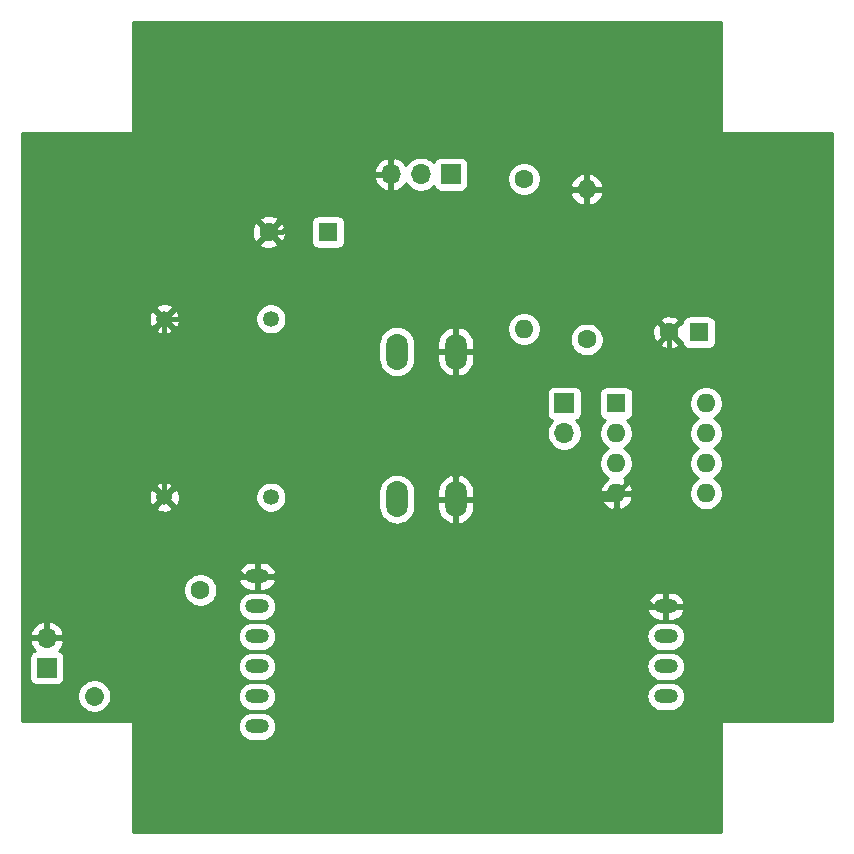
<source format=gbr>
G04 #@! TF.GenerationSoftware,KiCad,Pcbnew,(5.1.5)-3*
G04 #@! TF.CreationDate,2020-05-09T23:00:35+03:00*
G04 #@! TF.ProjectId,iceCube,69636543-7562-4652-9e6b-696361645f70,rev?*
G04 #@! TF.SameCoordinates,Original*
G04 #@! TF.FileFunction,Copper,L2,Bot*
G04 #@! TF.FilePolarity,Positive*
%FSLAX46Y46*%
G04 Gerber Fmt 4.6, Leading zero omitted, Abs format (unit mm)*
G04 Created by KiCad (PCBNEW (5.1.5)-3) date 2020-05-09 23:00:35*
%MOMM*%
%LPD*%
G04 APERTURE LIST*
%ADD10O,2.000000X1.200000*%
%ADD11C,1.350000*%
%ADD12R,1.600000X1.600000*%
%ADD13C,1.600000*%
%ADD14O,1.600000X1.600000*%
%ADD15C,1.600000*%
%ADD16O,1.700000X1.700000*%
%ADD17R,1.700000X1.700000*%
%ADD18O,1.850000X3.048000*%
%ADD19C,0.400000*%
%ADD20C,0.254000*%
G04 APERTURE END LIST*
D10*
X120600000Y-160350000D03*
X120600000Y-157810000D03*
X155200000Y-157810000D03*
X120600000Y-155270000D03*
X155200000Y-155270000D03*
X120600000Y-152730000D03*
X155200000Y-152730000D03*
X120600000Y-150190000D03*
X155200000Y-150190000D03*
X120600000Y-147650000D03*
D11*
X112730000Y-140945000D03*
X121770000Y-140945000D03*
X112730000Y-125855000D03*
X121770000Y-125855000D03*
D12*
X126600000Y-118500000D03*
D13*
X121600000Y-118500000D03*
X143200000Y-114000000D03*
D14*
X143200000Y-126700000D03*
D12*
X151000000Y-133000000D03*
D14*
X158620000Y-140620000D03*
X151000000Y-135540000D03*
X158620000Y-138080000D03*
X151000000Y-138080000D03*
X158620000Y-135540000D03*
X151000000Y-140620000D03*
X158620000Y-133000000D03*
D15*
X106819744Y-157780256D02*
X106819744Y-157780256D01*
D13*
X115800000Y-148800000D03*
D16*
X102800000Y-152860000D03*
D17*
X102800000Y-155400000D03*
X137000000Y-113600000D03*
D16*
X134460000Y-113600000D03*
X131920000Y-113600000D03*
D13*
X148500000Y-127600000D03*
D14*
X148500000Y-114900000D03*
D17*
X146600000Y-133000000D03*
D16*
X146600000Y-135540000D03*
D18*
X132430000Y-141120000D03*
X137430000Y-141120000D03*
X132430000Y-128620000D03*
X137430000Y-128620000D03*
D12*
X158000000Y-127000000D03*
D13*
X155500000Y-127000000D03*
D19*
X137430000Y-143044000D02*
X137430000Y-141120000D01*
X132824000Y-147650000D02*
X137430000Y-143044000D01*
X120600000Y-147650000D02*
X132824000Y-147650000D01*
X150500000Y-141120000D02*
X151000000Y-140620000D01*
X137430000Y-141120000D02*
X150500000Y-141120000D01*
X154000000Y-150190000D02*
X155400000Y-150190000D01*
X151000000Y-147190000D02*
X154000000Y-150190000D01*
X151000000Y-140620000D02*
X151000000Y-147190000D01*
X155500000Y-135652002D02*
X155500000Y-128131370D01*
X155500000Y-128131370D02*
X155500000Y-127000000D01*
X151799999Y-139352003D02*
X155500000Y-135652002D01*
X151799999Y-139820001D02*
X151799999Y-139352003D01*
X151000000Y-140620000D02*
X151799999Y-139820001D01*
X137430000Y-139196000D02*
X137430000Y-128620000D01*
X137430000Y-141120000D02*
X137430000Y-139196000D01*
X148500000Y-120000000D02*
X155500000Y-127000000D01*
X148500000Y-114900000D02*
X148500000Y-120000000D01*
X127631370Y-113600000D02*
X130717919Y-113600000D01*
X130717919Y-113600000D02*
X131920000Y-113600000D01*
X122731370Y-118500000D02*
X127631370Y-113600000D01*
X121600000Y-118500000D02*
X122731370Y-118500000D01*
X114245000Y-125855000D02*
X121600000Y-118500000D01*
X112730000Y-125855000D02*
X114245000Y-125855000D01*
X112730000Y-125855000D02*
X112730000Y-140945000D01*
X102800000Y-150875000D02*
X102800000Y-152860000D01*
X112730000Y-140945000D02*
X102800000Y-150875000D01*
X119435000Y-147650000D02*
X120600000Y-147650000D01*
X112730000Y-140945000D02*
X119435000Y-147650000D01*
D20*
G36*
X159873000Y-110000000D02*
G01*
X159875440Y-110024776D01*
X159882667Y-110048601D01*
X159894403Y-110070557D01*
X159910197Y-110089803D01*
X159929443Y-110105597D01*
X159951399Y-110117333D01*
X159975224Y-110124560D01*
X160000000Y-110127000D01*
X169315000Y-110127000D01*
X169315001Y-159873000D01*
X160000000Y-159873000D01*
X159975224Y-159875440D01*
X159951399Y-159882667D01*
X159929443Y-159894403D01*
X159910197Y-159910197D01*
X159894403Y-159929443D01*
X159882667Y-159951399D01*
X159875440Y-159975224D01*
X159873000Y-160000000D01*
X159873000Y-169315000D01*
X110127000Y-169315000D01*
X110127000Y-160350000D01*
X118959025Y-160350000D01*
X118982870Y-160592102D01*
X119053489Y-160824901D01*
X119168167Y-161039449D01*
X119322498Y-161227502D01*
X119510551Y-161381833D01*
X119725099Y-161496511D01*
X119957898Y-161567130D01*
X120139335Y-161585000D01*
X121060665Y-161585000D01*
X121242102Y-161567130D01*
X121474901Y-161496511D01*
X121689449Y-161381833D01*
X121877502Y-161227502D01*
X122031833Y-161039449D01*
X122146511Y-160824901D01*
X122217130Y-160592102D01*
X122240975Y-160350000D01*
X122217130Y-160107898D01*
X122146511Y-159875099D01*
X122031833Y-159660551D01*
X121877502Y-159472498D01*
X121689449Y-159318167D01*
X121474901Y-159203489D01*
X121242102Y-159132870D01*
X121060665Y-159115000D01*
X120139335Y-159115000D01*
X119957898Y-159132870D01*
X119725099Y-159203489D01*
X119510551Y-159318167D01*
X119322498Y-159472498D01*
X119168167Y-159660551D01*
X119053489Y-159875099D01*
X118982870Y-160107898D01*
X118959025Y-160350000D01*
X110127000Y-160350000D01*
X110127000Y-160000000D01*
X110124560Y-159975224D01*
X110117333Y-159951399D01*
X110105597Y-159929443D01*
X110089803Y-159910197D01*
X110070557Y-159894403D01*
X110048601Y-159882667D01*
X110024776Y-159875440D01*
X110000000Y-159873000D01*
X100685000Y-159873000D01*
X100685000Y-157638921D01*
X105384744Y-157638921D01*
X105384744Y-157921591D01*
X105439891Y-158198830D01*
X105548064Y-158459983D01*
X105705107Y-158695015D01*
X105904985Y-158894893D01*
X106140017Y-159051936D01*
X106401170Y-159160109D01*
X106678409Y-159215256D01*
X106961079Y-159215256D01*
X107238318Y-159160109D01*
X107499471Y-159051936D01*
X107734503Y-158894893D01*
X107934381Y-158695015D01*
X108091424Y-158459983D01*
X108199597Y-158198830D01*
X108254744Y-157921591D01*
X108254744Y-157810000D01*
X118959025Y-157810000D01*
X118982870Y-158052102D01*
X119053489Y-158284901D01*
X119168167Y-158499449D01*
X119322498Y-158687502D01*
X119510551Y-158841833D01*
X119725099Y-158956511D01*
X119957898Y-159027130D01*
X120139335Y-159045000D01*
X121060665Y-159045000D01*
X121242102Y-159027130D01*
X121474901Y-158956511D01*
X121689449Y-158841833D01*
X121877502Y-158687502D01*
X122031833Y-158499449D01*
X122146511Y-158284901D01*
X122217130Y-158052102D01*
X122240975Y-157810000D01*
X153559025Y-157810000D01*
X153582870Y-158052102D01*
X153653489Y-158284901D01*
X153768167Y-158499449D01*
X153922498Y-158687502D01*
X154110551Y-158841833D01*
X154325099Y-158956511D01*
X154557898Y-159027130D01*
X154739335Y-159045000D01*
X155660665Y-159045000D01*
X155842102Y-159027130D01*
X156074901Y-158956511D01*
X156289449Y-158841833D01*
X156477502Y-158687502D01*
X156631833Y-158499449D01*
X156746511Y-158284901D01*
X156817130Y-158052102D01*
X156840975Y-157810000D01*
X156817130Y-157567898D01*
X156746511Y-157335099D01*
X156631833Y-157120551D01*
X156477502Y-156932498D01*
X156289449Y-156778167D01*
X156074901Y-156663489D01*
X155842102Y-156592870D01*
X155660665Y-156575000D01*
X154739335Y-156575000D01*
X154557898Y-156592870D01*
X154325099Y-156663489D01*
X154110551Y-156778167D01*
X153922498Y-156932498D01*
X153768167Y-157120551D01*
X153653489Y-157335099D01*
X153582870Y-157567898D01*
X153559025Y-157810000D01*
X122240975Y-157810000D01*
X122217130Y-157567898D01*
X122146511Y-157335099D01*
X122031833Y-157120551D01*
X121877502Y-156932498D01*
X121689449Y-156778167D01*
X121474901Y-156663489D01*
X121242102Y-156592870D01*
X121060665Y-156575000D01*
X120139335Y-156575000D01*
X119957898Y-156592870D01*
X119725099Y-156663489D01*
X119510551Y-156778167D01*
X119322498Y-156932498D01*
X119168167Y-157120551D01*
X119053489Y-157335099D01*
X118982870Y-157567898D01*
X118959025Y-157810000D01*
X108254744Y-157810000D01*
X108254744Y-157638921D01*
X108199597Y-157361682D01*
X108091424Y-157100529D01*
X107934381Y-156865497D01*
X107734503Y-156665619D01*
X107499471Y-156508576D01*
X107238318Y-156400403D01*
X106961079Y-156345256D01*
X106678409Y-156345256D01*
X106401170Y-156400403D01*
X106140017Y-156508576D01*
X105904985Y-156665619D01*
X105705107Y-156865497D01*
X105548064Y-157100529D01*
X105439891Y-157361682D01*
X105384744Y-157638921D01*
X100685000Y-157638921D01*
X100685000Y-154550000D01*
X101311928Y-154550000D01*
X101311928Y-156250000D01*
X101324188Y-156374482D01*
X101360498Y-156494180D01*
X101419463Y-156604494D01*
X101498815Y-156701185D01*
X101595506Y-156780537D01*
X101705820Y-156839502D01*
X101825518Y-156875812D01*
X101950000Y-156888072D01*
X103650000Y-156888072D01*
X103774482Y-156875812D01*
X103894180Y-156839502D01*
X104004494Y-156780537D01*
X104101185Y-156701185D01*
X104180537Y-156604494D01*
X104239502Y-156494180D01*
X104275812Y-156374482D01*
X104288072Y-156250000D01*
X104288072Y-155270000D01*
X118959025Y-155270000D01*
X118982870Y-155512102D01*
X119053489Y-155744901D01*
X119168167Y-155959449D01*
X119322498Y-156147502D01*
X119510551Y-156301833D01*
X119725099Y-156416511D01*
X119957898Y-156487130D01*
X120139335Y-156505000D01*
X121060665Y-156505000D01*
X121242102Y-156487130D01*
X121474901Y-156416511D01*
X121689449Y-156301833D01*
X121877502Y-156147502D01*
X122031833Y-155959449D01*
X122146511Y-155744901D01*
X122217130Y-155512102D01*
X122240975Y-155270000D01*
X153559025Y-155270000D01*
X153582870Y-155512102D01*
X153653489Y-155744901D01*
X153768167Y-155959449D01*
X153922498Y-156147502D01*
X154110551Y-156301833D01*
X154325099Y-156416511D01*
X154557898Y-156487130D01*
X154739335Y-156505000D01*
X155660665Y-156505000D01*
X155842102Y-156487130D01*
X156074901Y-156416511D01*
X156289449Y-156301833D01*
X156477502Y-156147502D01*
X156631833Y-155959449D01*
X156746511Y-155744901D01*
X156817130Y-155512102D01*
X156840975Y-155270000D01*
X156817130Y-155027898D01*
X156746511Y-154795099D01*
X156631833Y-154580551D01*
X156477502Y-154392498D01*
X156289449Y-154238167D01*
X156074901Y-154123489D01*
X155842102Y-154052870D01*
X155660665Y-154035000D01*
X154739335Y-154035000D01*
X154557898Y-154052870D01*
X154325099Y-154123489D01*
X154110551Y-154238167D01*
X153922498Y-154392498D01*
X153768167Y-154580551D01*
X153653489Y-154795099D01*
X153582870Y-155027898D01*
X153559025Y-155270000D01*
X122240975Y-155270000D01*
X122217130Y-155027898D01*
X122146511Y-154795099D01*
X122031833Y-154580551D01*
X121877502Y-154392498D01*
X121689449Y-154238167D01*
X121474901Y-154123489D01*
X121242102Y-154052870D01*
X121060665Y-154035000D01*
X120139335Y-154035000D01*
X119957898Y-154052870D01*
X119725099Y-154123489D01*
X119510551Y-154238167D01*
X119322498Y-154392498D01*
X119168167Y-154580551D01*
X119053489Y-154795099D01*
X118982870Y-155027898D01*
X118959025Y-155270000D01*
X104288072Y-155270000D01*
X104288072Y-154550000D01*
X104275812Y-154425518D01*
X104239502Y-154305820D01*
X104180537Y-154195506D01*
X104101185Y-154098815D01*
X104004494Y-154019463D01*
X103894180Y-153960498D01*
X103813534Y-153936034D01*
X103897588Y-153860269D01*
X104071641Y-153626920D01*
X104196825Y-153364099D01*
X104241476Y-153216890D01*
X104120155Y-152987000D01*
X102927000Y-152987000D01*
X102927000Y-153007000D01*
X102673000Y-153007000D01*
X102673000Y-152987000D01*
X101479845Y-152987000D01*
X101358524Y-153216890D01*
X101403175Y-153364099D01*
X101528359Y-153626920D01*
X101702412Y-153860269D01*
X101786466Y-153936034D01*
X101705820Y-153960498D01*
X101595506Y-154019463D01*
X101498815Y-154098815D01*
X101419463Y-154195506D01*
X101360498Y-154305820D01*
X101324188Y-154425518D01*
X101311928Y-154550000D01*
X100685000Y-154550000D01*
X100685000Y-152503110D01*
X101358524Y-152503110D01*
X101479845Y-152733000D01*
X102673000Y-152733000D01*
X102673000Y-151539186D01*
X102927000Y-151539186D01*
X102927000Y-152733000D01*
X104120155Y-152733000D01*
X104121738Y-152730000D01*
X118959025Y-152730000D01*
X118982870Y-152972102D01*
X119053489Y-153204901D01*
X119168167Y-153419449D01*
X119322498Y-153607502D01*
X119510551Y-153761833D01*
X119725099Y-153876511D01*
X119957898Y-153947130D01*
X120139335Y-153965000D01*
X121060665Y-153965000D01*
X121242102Y-153947130D01*
X121474901Y-153876511D01*
X121689449Y-153761833D01*
X121877502Y-153607502D01*
X122031833Y-153419449D01*
X122146511Y-153204901D01*
X122217130Y-152972102D01*
X122240975Y-152730000D01*
X153559025Y-152730000D01*
X153582870Y-152972102D01*
X153653489Y-153204901D01*
X153768167Y-153419449D01*
X153922498Y-153607502D01*
X154110551Y-153761833D01*
X154325099Y-153876511D01*
X154557898Y-153947130D01*
X154739335Y-153965000D01*
X155660665Y-153965000D01*
X155842102Y-153947130D01*
X156074901Y-153876511D01*
X156289449Y-153761833D01*
X156477502Y-153607502D01*
X156631833Y-153419449D01*
X156746511Y-153204901D01*
X156817130Y-152972102D01*
X156840975Y-152730000D01*
X156817130Y-152487898D01*
X156746511Y-152255099D01*
X156631833Y-152040551D01*
X156477502Y-151852498D01*
X156289449Y-151698167D01*
X156074901Y-151583489D01*
X155842102Y-151512870D01*
X155660665Y-151495000D01*
X154739335Y-151495000D01*
X154557898Y-151512870D01*
X154325099Y-151583489D01*
X154110551Y-151698167D01*
X153922498Y-151852498D01*
X153768167Y-152040551D01*
X153653489Y-152255099D01*
X153582870Y-152487898D01*
X153559025Y-152730000D01*
X122240975Y-152730000D01*
X122217130Y-152487898D01*
X122146511Y-152255099D01*
X122031833Y-152040551D01*
X121877502Y-151852498D01*
X121689449Y-151698167D01*
X121474901Y-151583489D01*
X121242102Y-151512870D01*
X121060665Y-151495000D01*
X120139335Y-151495000D01*
X119957898Y-151512870D01*
X119725099Y-151583489D01*
X119510551Y-151698167D01*
X119322498Y-151852498D01*
X119168167Y-152040551D01*
X119053489Y-152255099D01*
X118982870Y-152487898D01*
X118959025Y-152730000D01*
X104121738Y-152730000D01*
X104241476Y-152503110D01*
X104196825Y-152355901D01*
X104071641Y-152093080D01*
X103897588Y-151859731D01*
X103681355Y-151664822D01*
X103431252Y-151515843D01*
X103156891Y-151418519D01*
X102927000Y-151539186D01*
X102673000Y-151539186D01*
X102443109Y-151418519D01*
X102168748Y-151515843D01*
X101918645Y-151664822D01*
X101702412Y-151859731D01*
X101528359Y-152093080D01*
X101403175Y-152355901D01*
X101358524Y-152503110D01*
X100685000Y-152503110D01*
X100685000Y-148658665D01*
X114365000Y-148658665D01*
X114365000Y-148941335D01*
X114420147Y-149218574D01*
X114528320Y-149479727D01*
X114685363Y-149714759D01*
X114885241Y-149914637D01*
X115120273Y-150071680D01*
X115381426Y-150179853D01*
X115658665Y-150235000D01*
X115941335Y-150235000D01*
X116167562Y-150190000D01*
X118959025Y-150190000D01*
X118982870Y-150432102D01*
X119053489Y-150664901D01*
X119168167Y-150879449D01*
X119322498Y-151067502D01*
X119510551Y-151221833D01*
X119725099Y-151336511D01*
X119957898Y-151407130D01*
X120139335Y-151425000D01*
X121060665Y-151425000D01*
X121242102Y-151407130D01*
X121474901Y-151336511D01*
X121689449Y-151221833D01*
X121877502Y-151067502D01*
X122031833Y-150879449D01*
X122146511Y-150664901D01*
X122194225Y-150507609D01*
X153606538Y-150507609D01*
X153610409Y-150545282D01*
X153702579Y-150770533D01*
X153836922Y-150973474D01*
X154008275Y-151146307D01*
X154210054Y-151282390D01*
X154434504Y-151376493D01*
X154673000Y-151425000D01*
X155073000Y-151425000D01*
X155073000Y-150317000D01*
X155327000Y-150317000D01*
X155327000Y-151425000D01*
X155727000Y-151425000D01*
X155965496Y-151376493D01*
X156189946Y-151282390D01*
X156391725Y-151146307D01*
X156563078Y-150973474D01*
X156697421Y-150770533D01*
X156789591Y-150545282D01*
X156793462Y-150507609D01*
X156668731Y-150317000D01*
X155327000Y-150317000D01*
X155073000Y-150317000D01*
X153731269Y-150317000D01*
X153606538Y-150507609D01*
X122194225Y-150507609D01*
X122217130Y-150432102D01*
X122240975Y-150190000D01*
X122217130Y-149947898D01*
X122194226Y-149872391D01*
X153606538Y-149872391D01*
X153731269Y-150063000D01*
X155073000Y-150063000D01*
X155073000Y-148955000D01*
X155327000Y-148955000D01*
X155327000Y-150063000D01*
X156668731Y-150063000D01*
X156793462Y-149872391D01*
X156789591Y-149834718D01*
X156697421Y-149609467D01*
X156563078Y-149406526D01*
X156391725Y-149233693D01*
X156189946Y-149097610D01*
X155965496Y-149003507D01*
X155727000Y-148955000D01*
X155327000Y-148955000D01*
X155073000Y-148955000D01*
X154673000Y-148955000D01*
X154434504Y-149003507D01*
X154210054Y-149097610D01*
X154008275Y-149233693D01*
X153836922Y-149406526D01*
X153702579Y-149609467D01*
X153610409Y-149834718D01*
X153606538Y-149872391D01*
X122194226Y-149872391D01*
X122146511Y-149715099D01*
X122031833Y-149500551D01*
X121877502Y-149312498D01*
X121689449Y-149158167D01*
X121474901Y-149043489D01*
X121242102Y-148972870D01*
X121060665Y-148955000D01*
X120139335Y-148955000D01*
X119957898Y-148972870D01*
X119725099Y-149043489D01*
X119510551Y-149158167D01*
X119322498Y-149312498D01*
X119168167Y-149500551D01*
X119053489Y-149715099D01*
X118982870Y-149947898D01*
X118959025Y-150190000D01*
X116167562Y-150190000D01*
X116218574Y-150179853D01*
X116479727Y-150071680D01*
X116714759Y-149914637D01*
X116914637Y-149714759D01*
X117071680Y-149479727D01*
X117179853Y-149218574D01*
X117235000Y-148941335D01*
X117235000Y-148658665D01*
X117179853Y-148381426D01*
X117071680Y-148120273D01*
X116969674Y-147967609D01*
X119006538Y-147967609D01*
X119010409Y-148005282D01*
X119102579Y-148230533D01*
X119236922Y-148433474D01*
X119408275Y-148606307D01*
X119610054Y-148742390D01*
X119834504Y-148836493D01*
X120073000Y-148885000D01*
X120473000Y-148885000D01*
X120473000Y-147777000D01*
X120727000Y-147777000D01*
X120727000Y-148885000D01*
X121127000Y-148885000D01*
X121365496Y-148836493D01*
X121589946Y-148742390D01*
X121791725Y-148606307D01*
X121963078Y-148433474D01*
X122097421Y-148230533D01*
X122189591Y-148005282D01*
X122193462Y-147967609D01*
X122068731Y-147777000D01*
X120727000Y-147777000D01*
X120473000Y-147777000D01*
X119131269Y-147777000D01*
X119006538Y-147967609D01*
X116969674Y-147967609D01*
X116914637Y-147885241D01*
X116714759Y-147685363D01*
X116479727Y-147528320D01*
X116218574Y-147420147D01*
X115941335Y-147365000D01*
X115658665Y-147365000D01*
X115381426Y-147420147D01*
X115120273Y-147528320D01*
X114885241Y-147685363D01*
X114685363Y-147885241D01*
X114528320Y-148120273D01*
X114420147Y-148381426D01*
X114365000Y-148658665D01*
X100685000Y-148658665D01*
X100685000Y-147332391D01*
X119006538Y-147332391D01*
X119131269Y-147523000D01*
X120473000Y-147523000D01*
X120473000Y-146415000D01*
X120727000Y-146415000D01*
X120727000Y-147523000D01*
X122068731Y-147523000D01*
X122193462Y-147332391D01*
X122189591Y-147294718D01*
X122097421Y-147069467D01*
X121963078Y-146866526D01*
X121791725Y-146693693D01*
X121589946Y-146557610D01*
X121365496Y-146463507D01*
X121127000Y-146415000D01*
X120727000Y-146415000D01*
X120473000Y-146415000D01*
X120073000Y-146415000D01*
X119834504Y-146463507D01*
X119610054Y-146557610D01*
X119408275Y-146693693D01*
X119236922Y-146866526D01*
X119102579Y-147069467D01*
X119010409Y-147294718D01*
X119006538Y-147332391D01*
X100685000Y-147332391D01*
X100685000Y-141848400D01*
X112006205Y-141848400D01*
X112062630Y-142079621D01*
X112296808Y-142188017D01*
X112547633Y-142248645D01*
X112805465Y-142259174D01*
X113060398Y-142219200D01*
X113302633Y-142130259D01*
X113397370Y-142079621D01*
X113453795Y-141848400D01*
X112730000Y-141124605D01*
X112006205Y-141848400D01*
X100685000Y-141848400D01*
X100685000Y-141020465D01*
X111415826Y-141020465D01*
X111455800Y-141275398D01*
X111544741Y-141517633D01*
X111595379Y-141612370D01*
X111826600Y-141668795D01*
X112550395Y-140945000D01*
X112909605Y-140945000D01*
X113633400Y-141668795D01*
X113864621Y-141612370D01*
X113973017Y-141378192D01*
X114033645Y-141127367D01*
X114044174Y-140869535D01*
X114035776Y-140815976D01*
X120460000Y-140815976D01*
X120460000Y-141074024D01*
X120510342Y-141327113D01*
X120609093Y-141565518D01*
X120752456Y-141780077D01*
X120934923Y-141962544D01*
X121149482Y-142105907D01*
X121387887Y-142204658D01*
X121640976Y-142255000D01*
X121899024Y-142255000D01*
X122152113Y-142204658D01*
X122390518Y-142105907D01*
X122605077Y-141962544D01*
X122787544Y-141780077D01*
X122930907Y-141565518D01*
X123029658Y-141327113D01*
X123080000Y-141074024D01*
X123080000Y-140815976D01*
X123029658Y-140562887D01*
X122980564Y-140444364D01*
X130870000Y-140444364D01*
X130870000Y-141795635D01*
X130892572Y-142024812D01*
X130981774Y-142318874D01*
X131126631Y-142589882D01*
X131321576Y-142827424D01*
X131559117Y-143022369D01*
X131830125Y-143167226D01*
X132124187Y-143256428D01*
X132430000Y-143286548D01*
X132735812Y-143256428D01*
X133029874Y-143167226D01*
X133300882Y-143022369D01*
X133538424Y-142827424D01*
X133733369Y-142589883D01*
X133878226Y-142318875D01*
X133967428Y-142024813D01*
X133990000Y-141795636D01*
X133990000Y-141247000D01*
X135870000Y-141247000D01*
X135870000Y-141846000D01*
X135924751Y-142147901D01*
X136037348Y-142433319D01*
X136203464Y-142691286D01*
X136416715Y-142911889D01*
X136668906Y-143086650D01*
X136950345Y-143208853D01*
X137061336Y-143234812D01*
X137303000Y-143114483D01*
X137303000Y-141247000D01*
X137557000Y-141247000D01*
X137557000Y-143114483D01*
X137798664Y-143234812D01*
X137909655Y-143208853D01*
X138191094Y-143086650D01*
X138443285Y-142911889D01*
X138656536Y-142691286D01*
X138822652Y-142433319D01*
X138935249Y-142147901D01*
X138990000Y-141846000D01*
X138990000Y-141247000D01*
X137557000Y-141247000D01*
X137303000Y-141247000D01*
X135870000Y-141247000D01*
X133990000Y-141247000D01*
X133990000Y-140444364D01*
X133985040Y-140394000D01*
X135870000Y-140394000D01*
X135870000Y-140993000D01*
X137303000Y-140993000D01*
X137303000Y-139125517D01*
X137557000Y-139125517D01*
X137557000Y-140993000D01*
X138990000Y-140993000D01*
X138990000Y-140969039D01*
X149608096Y-140969039D01*
X149648754Y-141103087D01*
X149768963Y-141357420D01*
X149936481Y-141583414D01*
X150144869Y-141772385D01*
X150386119Y-141917070D01*
X150650960Y-142011909D01*
X150873000Y-141890624D01*
X150873000Y-140747000D01*
X151127000Y-140747000D01*
X151127000Y-141890624D01*
X151349040Y-142011909D01*
X151613881Y-141917070D01*
X151855131Y-141772385D01*
X152063519Y-141583414D01*
X152231037Y-141357420D01*
X152351246Y-141103087D01*
X152391904Y-140969039D01*
X152269915Y-140747000D01*
X151127000Y-140747000D01*
X150873000Y-140747000D01*
X149730085Y-140747000D01*
X149608096Y-140969039D01*
X138990000Y-140969039D01*
X138990000Y-140394000D01*
X138935249Y-140092099D01*
X138822652Y-139806681D01*
X138656536Y-139548714D01*
X138443285Y-139328111D01*
X138191094Y-139153350D01*
X137909655Y-139031147D01*
X137798664Y-139005188D01*
X137557000Y-139125517D01*
X137303000Y-139125517D01*
X137061336Y-139005188D01*
X136950345Y-139031147D01*
X136668906Y-139153350D01*
X136416715Y-139328111D01*
X136203464Y-139548714D01*
X136037348Y-139806681D01*
X135924751Y-140092099D01*
X135870000Y-140394000D01*
X133985040Y-140394000D01*
X133967428Y-140215187D01*
X133878226Y-139921125D01*
X133733369Y-139650117D01*
X133538424Y-139412576D01*
X133300883Y-139217631D01*
X133029875Y-139072774D01*
X132735813Y-138983572D01*
X132430000Y-138953452D01*
X132124188Y-138983572D01*
X131830126Y-139072774D01*
X131559118Y-139217631D01*
X131321577Y-139412576D01*
X131126632Y-139650117D01*
X130981774Y-139921125D01*
X130892572Y-140215187D01*
X130870000Y-140444364D01*
X122980564Y-140444364D01*
X122930907Y-140324482D01*
X122787544Y-140109923D01*
X122605077Y-139927456D01*
X122390518Y-139784093D01*
X122152113Y-139685342D01*
X121899024Y-139635000D01*
X121640976Y-139635000D01*
X121387887Y-139685342D01*
X121149482Y-139784093D01*
X120934923Y-139927456D01*
X120752456Y-140109923D01*
X120609093Y-140324482D01*
X120510342Y-140562887D01*
X120460000Y-140815976D01*
X114035776Y-140815976D01*
X114004200Y-140614602D01*
X113915259Y-140372367D01*
X113864621Y-140277630D01*
X113633400Y-140221205D01*
X112909605Y-140945000D01*
X112550395Y-140945000D01*
X111826600Y-140221205D01*
X111595379Y-140277630D01*
X111486983Y-140511808D01*
X111426355Y-140762633D01*
X111415826Y-141020465D01*
X100685000Y-141020465D01*
X100685000Y-140041600D01*
X112006205Y-140041600D01*
X112730000Y-140765395D01*
X113453795Y-140041600D01*
X113397370Y-139810379D01*
X113163192Y-139701983D01*
X112912367Y-139641355D01*
X112654535Y-139630826D01*
X112399602Y-139670800D01*
X112157367Y-139759741D01*
X112062630Y-139810379D01*
X112006205Y-140041600D01*
X100685000Y-140041600D01*
X100685000Y-132150000D01*
X145111928Y-132150000D01*
X145111928Y-133850000D01*
X145124188Y-133974482D01*
X145160498Y-134094180D01*
X145219463Y-134204494D01*
X145298815Y-134301185D01*
X145395506Y-134380537D01*
X145505820Y-134439502D01*
X145578380Y-134461513D01*
X145446525Y-134593368D01*
X145284010Y-134836589D01*
X145172068Y-135106842D01*
X145115000Y-135393740D01*
X145115000Y-135686260D01*
X145172068Y-135973158D01*
X145284010Y-136243411D01*
X145446525Y-136486632D01*
X145653368Y-136693475D01*
X145896589Y-136855990D01*
X146166842Y-136967932D01*
X146453740Y-137025000D01*
X146746260Y-137025000D01*
X147033158Y-136967932D01*
X147303411Y-136855990D01*
X147546632Y-136693475D01*
X147753475Y-136486632D01*
X147915990Y-136243411D01*
X148027932Y-135973158D01*
X148085000Y-135686260D01*
X148085000Y-135393740D01*
X148027932Y-135106842D01*
X147915990Y-134836589D01*
X147753475Y-134593368D01*
X147621620Y-134461513D01*
X147694180Y-134439502D01*
X147804494Y-134380537D01*
X147901185Y-134301185D01*
X147980537Y-134204494D01*
X148039502Y-134094180D01*
X148075812Y-133974482D01*
X148088072Y-133850000D01*
X148088072Y-132200000D01*
X149561928Y-132200000D01*
X149561928Y-133800000D01*
X149574188Y-133924482D01*
X149610498Y-134044180D01*
X149669463Y-134154494D01*
X149748815Y-134251185D01*
X149845506Y-134330537D01*
X149955820Y-134389502D01*
X150075518Y-134425812D01*
X150083961Y-134426643D01*
X149885363Y-134625241D01*
X149728320Y-134860273D01*
X149620147Y-135121426D01*
X149565000Y-135398665D01*
X149565000Y-135681335D01*
X149620147Y-135958574D01*
X149728320Y-136219727D01*
X149885363Y-136454759D01*
X150085241Y-136654637D01*
X150317759Y-136810000D01*
X150085241Y-136965363D01*
X149885363Y-137165241D01*
X149728320Y-137400273D01*
X149620147Y-137661426D01*
X149565000Y-137938665D01*
X149565000Y-138221335D01*
X149620147Y-138498574D01*
X149728320Y-138759727D01*
X149885363Y-138994759D01*
X150085241Y-139194637D01*
X150320273Y-139351680D01*
X150330865Y-139356067D01*
X150144869Y-139467615D01*
X149936481Y-139656586D01*
X149768963Y-139882580D01*
X149648754Y-140136913D01*
X149608096Y-140270961D01*
X149730085Y-140493000D01*
X150873000Y-140493000D01*
X150873000Y-140473000D01*
X151127000Y-140473000D01*
X151127000Y-140493000D01*
X152269915Y-140493000D01*
X152391904Y-140270961D01*
X152351246Y-140136913D01*
X152231037Y-139882580D01*
X152063519Y-139656586D01*
X151855131Y-139467615D01*
X151669135Y-139356067D01*
X151679727Y-139351680D01*
X151914759Y-139194637D01*
X152114637Y-138994759D01*
X152271680Y-138759727D01*
X152379853Y-138498574D01*
X152435000Y-138221335D01*
X152435000Y-137938665D01*
X152379853Y-137661426D01*
X152271680Y-137400273D01*
X152114637Y-137165241D01*
X151914759Y-136965363D01*
X151682241Y-136810000D01*
X151914759Y-136654637D01*
X152114637Y-136454759D01*
X152271680Y-136219727D01*
X152379853Y-135958574D01*
X152435000Y-135681335D01*
X152435000Y-135398665D01*
X152379853Y-135121426D01*
X152271680Y-134860273D01*
X152114637Y-134625241D01*
X151916039Y-134426643D01*
X151924482Y-134425812D01*
X152044180Y-134389502D01*
X152154494Y-134330537D01*
X152251185Y-134251185D01*
X152330537Y-134154494D01*
X152389502Y-134044180D01*
X152425812Y-133924482D01*
X152438072Y-133800000D01*
X152438072Y-132858665D01*
X157185000Y-132858665D01*
X157185000Y-133141335D01*
X157240147Y-133418574D01*
X157348320Y-133679727D01*
X157505363Y-133914759D01*
X157705241Y-134114637D01*
X157937759Y-134270000D01*
X157705241Y-134425363D01*
X157505363Y-134625241D01*
X157348320Y-134860273D01*
X157240147Y-135121426D01*
X157185000Y-135398665D01*
X157185000Y-135681335D01*
X157240147Y-135958574D01*
X157348320Y-136219727D01*
X157505363Y-136454759D01*
X157705241Y-136654637D01*
X157937759Y-136810000D01*
X157705241Y-136965363D01*
X157505363Y-137165241D01*
X157348320Y-137400273D01*
X157240147Y-137661426D01*
X157185000Y-137938665D01*
X157185000Y-138221335D01*
X157240147Y-138498574D01*
X157348320Y-138759727D01*
X157505363Y-138994759D01*
X157705241Y-139194637D01*
X157937759Y-139350000D01*
X157705241Y-139505363D01*
X157505363Y-139705241D01*
X157348320Y-139940273D01*
X157240147Y-140201426D01*
X157185000Y-140478665D01*
X157185000Y-140761335D01*
X157240147Y-141038574D01*
X157348320Y-141299727D01*
X157505363Y-141534759D01*
X157705241Y-141734637D01*
X157940273Y-141891680D01*
X158201426Y-141999853D01*
X158478665Y-142055000D01*
X158761335Y-142055000D01*
X159038574Y-141999853D01*
X159299727Y-141891680D01*
X159534759Y-141734637D01*
X159734637Y-141534759D01*
X159891680Y-141299727D01*
X159999853Y-141038574D01*
X160055000Y-140761335D01*
X160055000Y-140478665D01*
X159999853Y-140201426D01*
X159891680Y-139940273D01*
X159734637Y-139705241D01*
X159534759Y-139505363D01*
X159302241Y-139350000D01*
X159534759Y-139194637D01*
X159734637Y-138994759D01*
X159891680Y-138759727D01*
X159999853Y-138498574D01*
X160055000Y-138221335D01*
X160055000Y-137938665D01*
X159999853Y-137661426D01*
X159891680Y-137400273D01*
X159734637Y-137165241D01*
X159534759Y-136965363D01*
X159302241Y-136810000D01*
X159534759Y-136654637D01*
X159734637Y-136454759D01*
X159891680Y-136219727D01*
X159999853Y-135958574D01*
X160055000Y-135681335D01*
X160055000Y-135398665D01*
X159999853Y-135121426D01*
X159891680Y-134860273D01*
X159734637Y-134625241D01*
X159534759Y-134425363D01*
X159302241Y-134270000D01*
X159534759Y-134114637D01*
X159734637Y-133914759D01*
X159891680Y-133679727D01*
X159999853Y-133418574D01*
X160055000Y-133141335D01*
X160055000Y-132858665D01*
X159999853Y-132581426D01*
X159891680Y-132320273D01*
X159734637Y-132085241D01*
X159534759Y-131885363D01*
X159299727Y-131728320D01*
X159038574Y-131620147D01*
X158761335Y-131565000D01*
X158478665Y-131565000D01*
X158201426Y-131620147D01*
X157940273Y-131728320D01*
X157705241Y-131885363D01*
X157505363Y-132085241D01*
X157348320Y-132320273D01*
X157240147Y-132581426D01*
X157185000Y-132858665D01*
X152438072Y-132858665D01*
X152438072Y-132200000D01*
X152425812Y-132075518D01*
X152389502Y-131955820D01*
X152330537Y-131845506D01*
X152251185Y-131748815D01*
X152154494Y-131669463D01*
X152044180Y-131610498D01*
X151924482Y-131574188D01*
X151800000Y-131561928D01*
X150200000Y-131561928D01*
X150075518Y-131574188D01*
X149955820Y-131610498D01*
X149845506Y-131669463D01*
X149748815Y-131748815D01*
X149669463Y-131845506D01*
X149610498Y-131955820D01*
X149574188Y-132075518D01*
X149561928Y-132200000D01*
X148088072Y-132200000D01*
X148088072Y-132150000D01*
X148075812Y-132025518D01*
X148039502Y-131905820D01*
X147980537Y-131795506D01*
X147901185Y-131698815D01*
X147804494Y-131619463D01*
X147694180Y-131560498D01*
X147574482Y-131524188D01*
X147450000Y-131511928D01*
X145750000Y-131511928D01*
X145625518Y-131524188D01*
X145505820Y-131560498D01*
X145395506Y-131619463D01*
X145298815Y-131698815D01*
X145219463Y-131795506D01*
X145160498Y-131905820D01*
X145124188Y-132025518D01*
X145111928Y-132150000D01*
X100685000Y-132150000D01*
X100685000Y-127944364D01*
X130870000Y-127944364D01*
X130870000Y-129295635D01*
X130892572Y-129524812D01*
X130981774Y-129818874D01*
X131126631Y-130089882D01*
X131321576Y-130327424D01*
X131559117Y-130522369D01*
X131830125Y-130667226D01*
X132124187Y-130756428D01*
X132430000Y-130786548D01*
X132735812Y-130756428D01*
X133029874Y-130667226D01*
X133300882Y-130522369D01*
X133538424Y-130327424D01*
X133733369Y-130089883D01*
X133878226Y-129818875D01*
X133967428Y-129524813D01*
X133990000Y-129295636D01*
X133990000Y-128747000D01*
X135870000Y-128747000D01*
X135870000Y-129346000D01*
X135924751Y-129647901D01*
X136037348Y-129933319D01*
X136203464Y-130191286D01*
X136416715Y-130411889D01*
X136668906Y-130586650D01*
X136950345Y-130708853D01*
X137061336Y-130734812D01*
X137303000Y-130614483D01*
X137303000Y-128747000D01*
X137557000Y-128747000D01*
X137557000Y-130614483D01*
X137798664Y-130734812D01*
X137909655Y-130708853D01*
X138191094Y-130586650D01*
X138443285Y-130411889D01*
X138656536Y-130191286D01*
X138822652Y-129933319D01*
X138935249Y-129647901D01*
X138990000Y-129346000D01*
X138990000Y-128747000D01*
X137557000Y-128747000D01*
X137303000Y-128747000D01*
X135870000Y-128747000D01*
X133990000Y-128747000D01*
X133990000Y-127944364D01*
X133985040Y-127894000D01*
X135870000Y-127894000D01*
X135870000Y-128493000D01*
X137303000Y-128493000D01*
X137303000Y-126625517D01*
X137557000Y-126625517D01*
X137557000Y-128493000D01*
X138990000Y-128493000D01*
X138990000Y-127894000D01*
X138935249Y-127592099D01*
X138822652Y-127306681D01*
X138656536Y-127048714D01*
X138443285Y-126828111D01*
X138191094Y-126653350D01*
X137973031Y-126558665D01*
X141765000Y-126558665D01*
X141765000Y-126841335D01*
X141820147Y-127118574D01*
X141928320Y-127379727D01*
X142085363Y-127614759D01*
X142285241Y-127814637D01*
X142520273Y-127971680D01*
X142781426Y-128079853D01*
X143058665Y-128135000D01*
X143341335Y-128135000D01*
X143618574Y-128079853D01*
X143879727Y-127971680D01*
X144114759Y-127814637D01*
X144314637Y-127614759D01*
X144418935Y-127458665D01*
X147065000Y-127458665D01*
X147065000Y-127741335D01*
X147120147Y-128018574D01*
X147228320Y-128279727D01*
X147385363Y-128514759D01*
X147585241Y-128714637D01*
X147820273Y-128871680D01*
X148081426Y-128979853D01*
X148358665Y-129035000D01*
X148641335Y-129035000D01*
X148918574Y-128979853D01*
X149179727Y-128871680D01*
X149414759Y-128714637D01*
X149614637Y-128514759D01*
X149771680Y-128279727D01*
X149879853Y-128018574D01*
X149884999Y-127992702D01*
X154686903Y-127992702D01*
X154758486Y-128236671D01*
X155013996Y-128357571D01*
X155288184Y-128426300D01*
X155570512Y-128440217D01*
X155850130Y-128398787D01*
X156116292Y-128303603D01*
X156241514Y-128236671D01*
X156313097Y-127992702D01*
X155500000Y-127179605D01*
X154686903Y-127992702D01*
X149884999Y-127992702D01*
X149935000Y-127741335D01*
X149935000Y-127458665D01*
X149879853Y-127181426D01*
X149833911Y-127070512D01*
X154059783Y-127070512D01*
X154101213Y-127350130D01*
X154196397Y-127616292D01*
X154263329Y-127741514D01*
X154507298Y-127813097D01*
X155320395Y-127000000D01*
X155679605Y-127000000D01*
X156492702Y-127813097D01*
X156561928Y-127792785D01*
X156561928Y-127800000D01*
X156574188Y-127924482D01*
X156610498Y-128044180D01*
X156669463Y-128154494D01*
X156748815Y-128251185D01*
X156845506Y-128330537D01*
X156955820Y-128389502D01*
X157075518Y-128425812D01*
X157200000Y-128438072D01*
X158800000Y-128438072D01*
X158924482Y-128425812D01*
X159044180Y-128389502D01*
X159154494Y-128330537D01*
X159251185Y-128251185D01*
X159330537Y-128154494D01*
X159389502Y-128044180D01*
X159425812Y-127924482D01*
X159438072Y-127800000D01*
X159438072Y-126200000D01*
X159425812Y-126075518D01*
X159389502Y-125955820D01*
X159330537Y-125845506D01*
X159251185Y-125748815D01*
X159154494Y-125669463D01*
X159044180Y-125610498D01*
X158924482Y-125574188D01*
X158800000Y-125561928D01*
X157200000Y-125561928D01*
X157075518Y-125574188D01*
X156955820Y-125610498D01*
X156845506Y-125669463D01*
X156748815Y-125748815D01*
X156669463Y-125845506D01*
X156610498Y-125955820D01*
X156574188Y-126075518D01*
X156561928Y-126200000D01*
X156561928Y-126207215D01*
X156492702Y-126186903D01*
X155679605Y-127000000D01*
X155320395Y-127000000D01*
X154507298Y-126186903D01*
X154263329Y-126258486D01*
X154142429Y-126513996D01*
X154073700Y-126788184D01*
X154059783Y-127070512D01*
X149833911Y-127070512D01*
X149771680Y-126920273D01*
X149614637Y-126685241D01*
X149414759Y-126485363D01*
X149179727Y-126328320D01*
X148918574Y-126220147D01*
X148641335Y-126165000D01*
X148358665Y-126165000D01*
X148081426Y-126220147D01*
X147820273Y-126328320D01*
X147585241Y-126485363D01*
X147385363Y-126685241D01*
X147228320Y-126920273D01*
X147120147Y-127181426D01*
X147065000Y-127458665D01*
X144418935Y-127458665D01*
X144471680Y-127379727D01*
X144579853Y-127118574D01*
X144635000Y-126841335D01*
X144635000Y-126558665D01*
X144579853Y-126281426D01*
X144471680Y-126020273D01*
X144463011Y-126007298D01*
X154686903Y-126007298D01*
X155500000Y-126820395D01*
X156313097Y-126007298D01*
X156241514Y-125763329D01*
X155986004Y-125642429D01*
X155711816Y-125573700D01*
X155429488Y-125559783D01*
X155149870Y-125601213D01*
X154883708Y-125696397D01*
X154758486Y-125763329D01*
X154686903Y-126007298D01*
X144463011Y-126007298D01*
X144314637Y-125785241D01*
X144114759Y-125585363D01*
X143879727Y-125428320D01*
X143618574Y-125320147D01*
X143341335Y-125265000D01*
X143058665Y-125265000D01*
X142781426Y-125320147D01*
X142520273Y-125428320D01*
X142285241Y-125585363D01*
X142085363Y-125785241D01*
X141928320Y-126020273D01*
X141820147Y-126281426D01*
X141765000Y-126558665D01*
X137973031Y-126558665D01*
X137909655Y-126531147D01*
X137798664Y-126505188D01*
X137557000Y-126625517D01*
X137303000Y-126625517D01*
X137061336Y-126505188D01*
X136950345Y-126531147D01*
X136668906Y-126653350D01*
X136416715Y-126828111D01*
X136203464Y-127048714D01*
X136037348Y-127306681D01*
X135924751Y-127592099D01*
X135870000Y-127894000D01*
X133985040Y-127894000D01*
X133967428Y-127715187D01*
X133878226Y-127421125D01*
X133733369Y-127150117D01*
X133538424Y-126912576D01*
X133300883Y-126717631D01*
X133029875Y-126572774D01*
X132735813Y-126483572D01*
X132430000Y-126453452D01*
X132124188Y-126483572D01*
X131830126Y-126572774D01*
X131559118Y-126717631D01*
X131321577Y-126912576D01*
X131126632Y-127150117D01*
X130981774Y-127421125D01*
X130892572Y-127715187D01*
X130870000Y-127944364D01*
X100685000Y-127944364D01*
X100685000Y-126758400D01*
X112006205Y-126758400D01*
X112062630Y-126989621D01*
X112296808Y-127098017D01*
X112547633Y-127158645D01*
X112805465Y-127169174D01*
X113060398Y-127129200D01*
X113302633Y-127040259D01*
X113397370Y-126989621D01*
X113453795Y-126758400D01*
X112730000Y-126034605D01*
X112006205Y-126758400D01*
X100685000Y-126758400D01*
X100685000Y-125930465D01*
X111415826Y-125930465D01*
X111455800Y-126185398D01*
X111544741Y-126427633D01*
X111595379Y-126522370D01*
X111826600Y-126578795D01*
X112550395Y-125855000D01*
X112909605Y-125855000D01*
X113633400Y-126578795D01*
X113864621Y-126522370D01*
X113973017Y-126288192D01*
X114033645Y-126037367D01*
X114044174Y-125779535D01*
X114035776Y-125725976D01*
X120460000Y-125725976D01*
X120460000Y-125984024D01*
X120510342Y-126237113D01*
X120609093Y-126475518D01*
X120752456Y-126690077D01*
X120934923Y-126872544D01*
X121149482Y-127015907D01*
X121387887Y-127114658D01*
X121640976Y-127165000D01*
X121899024Y-127165000D01*
X122152113Y-127114658D01*
X122390518Y-127015907D01*
X122605077Y-126872544D01*
X122787544Y-126690077D01*
X122930907Y-126475518D01*
X123029658Y-126237113D01*
X123080000Y-125984024D01*
X123080000Y-125725976D01*
X123029658Y-125472887D01*
X122930907Y-125234482D01*
X122787544Y-125019923D01*
X122605077Y-124837456D01*
X122390518Y-124694093D01*
X122152113Y-124595342D01*
X121899024Y-124545000D01*
X121640976Y-124545000D01*
X121387887Y-124595342D01*
X121149482Y-124694093D01*
X120934923Y-124837456D01*
X120752456Y-125019923D01*
X120609093Y-125234482D01*
X120510342Y-125472887D01*
X120460000Y-125725976D01*
X114035776Y-125725976D01*
X114004200Y-125524602D01*
X113915259Y-125282367D01*
X113864621Y-125187630D01*
X113633400Y-125131205D01*
X112909605Y-125855000D01*
X112550395Y-125855000D01*
X111826600Y-125131205D01*
X111595379Y-125187630D01*
X111486983Y-125421808D01*
X111426355Y-125672633D01*
X111415826Y-125930465D01*
X100685000Y-125930465D01*
X100685000Y-124951600D01*
X112006205Y-124951600D01*
X112730000Y-125675395D01*
X113453795Y-124951600D01*
X113397370Y-124720379D01*
X113163192Y-124611983D01*
X112912367Y-124551355D01*
X112654535Y-124540826D01*
X112399602Y-124580800D01*
X112157367Y-124669741D01*
X112062630Y-124720379D01*
X112006205Y-124951600D01*
X100685000Y-124951600D01*
X100685000Y-119492702D01*
X120786903Y-119492702D01*
X120858486Y-119736671D01*
X121113996Y-119857571D01*
X121388184Y-119926300D01*
X121670512Y-119940217D01*
X121950130Y-119898787D01*
X122216292Y-119803603D01*
X122341514Y-119736671D01*
X122413097Y-119492702D01*
X121600000Y-118679605D01*
X120786903Y-119492702D01*
X100685000Y-119492702D01*
X100685000Y-118570512D01*
X120159783Y-118570512D01*
X120201213Y-118850130D01*
X120296397Y-119116292D01*
X120363329Y-119241514D01*
X120607298Y-119313097D01*
X121420395Y-118500000D01*
X121779605Y-118500000D01*
X122592702Y-119313097D01*
X122836671Y-119241514D01*
X122957571Y-118986004D01*
X123026300Y-118711816D01*
X123040217Y-118429488D01*
X122998787Y-118149870D01*
X122903603Y-117883708D01*
X122836671Y-117758486D01*
X122637340Y-117700000D01*
X125161928Y-117700000D01*
X125161928Y-119300000D01*
X125174188Y-119424482D01*
X125210498Y-119544180D01*
X125269463Y-119654494D01*
X125348815Y-119751185D01*
X125445506Y-119830537D01*
X125555820Y-119889502D01*
X125675518Y-119925812D01*
X125800000Y-119938072D01*
X127400000Y-119938072D01*
X127524482Y-119925812D01*
X127644180Y-119889502D01*
X127754494Y-119830537D01*
X127851185Y-119751185D01*
X127930537Y-119654494D01*
X127989502Y-119544180D01*
X128025812Y-119424482D01*
X128038072Y-119300000D01*
X128038072Y-117700000D01*
X128025812Y-117575518D01*
X127989502Y-117455820D01*
X127930537Y-117345506D01*
X127851185Y-117248815D01*
X127754494Y-117169463D01*
X127644180Y-117110498D01*
X127524482Y-117074188D01*
X127400000Y-117061928D01*
X125800000Y-117061928D01*
X125675518Y-117074188D01*
X125555820Y-117110498D01*
X125445506Y-117169463D01*
X125348815Y-117248815D01*
X125269463Y-117345506D01*
X125210498Y-117455820D01*
X125174188Y-117575518D01*
X125161928Y-117700000D01*
X122637340Y-117700000D01*
X122592702Y-117686903D01*
X121779605Y-118500000D01*
X121420395Y-118500000D01*
X120607298Y-117686903D01*
X120363329Y-117758486D01*
X120242429Y-118013996D01*
X120173700Y-118288184D01*
X120159783Y-118570512D01*
X100685000Y-118570512D01*
X100685000Y-117507298D01*
X120786903Y-117507298D01*
X121600000Y-118320395D01*
X122413097Y-117507298D01*
X122341514Y-117263329D01*
X122086004Y-117142429D01*
X121811816Y-117073700D01*
X121529488Y-117059783D01*
X121249870Y-117101213D01*
X120983708Y-117196397D01*
X120858486Y-117263329D01*
X120786903Y-117507298D01*
X100685000Y-117507298D01*
X100685000Y-113956891D01*
X130478519Y-113956891D01*
X130575843Y-114231252D01*
X130724822Y-114481355D01*
X130919731Y-114697588D01*
X131153080Y-114871641D01*
X131415901Y-114996825D01*
X131563110Y-115041476D01*
X131793000Y-114920155D01*
X131793000Y-113727000D01*
X130599186Y-113727000D01*
X130478519Y-113956891D01*
X100685000Y-113956891D01*
X100685000Y-113243109D01*
X130478519Y-113243109D01*
X130599186Y-113473000D01*
X131793000Y-113473000D01*
X131793000Y-112279845D01*
X132047000Y-112279845D01*
X132047000Y-113473000D01*
X132067000Y-113473000D01*
X132067000Y-113727000D01*
X132047000Y-113727000D01*
X132047000Y-114920155D01*
X132276890Y-115041476D01*
X132424099Y-114996825D01*
X132686920Y-114871641D01*
X132920269Y-114697588D01*
X133115178Y-114481355D01*
X133184805Y-114364466D01*
X133306525Y-114546632D01*
X133513368Y-114753475D01*
X133756589Y-114915990D01*
X134026842Y-115027932D01*
X134313740Y-115085000D01*
X134606260Y-115085000D01*
X134893158Y-115027932D01*
X135163411Y-114915990D01*
X135406632Y-114753475D01*
X135538487Y-114621620D01*
X135560498Y-114694180D01*
X135619463Y-114804494D01*
X135698815Y-114901185D01*
X135795506Y-114980537D01*
X135905820Y-115039502D01*
X136025518Y-115075812D01*
X136150000Y-115088072D01*
X137850000Y-115088072D01*
X137974482Y-115075812D01*
X138094180Y-115039502D01*
X138204494Y-114980537D01*
X138301185Y-114901185D01*
X138380537Y-114804494D01*
X138439502Y-114694180D01*
X138475812Y-114574482D01*
X138488072Y-114450000D01*
X138488072Y-113858665D01*
X141765000Y-113858665D01*
X141765000Y-114141335D01*
X141820147Y-114418574D01*
X141928320Y-114679727D01*
X142085363Y-114914759D01*
X142285241Y-115114637D01*
X142520273Y-115271680D01*
X142781426Y-115379853D01*
X143058665Y-115435000D01*
X143341335Y-115435000D01*
X143618574Y-115379853D01*
X143879727Y-115271680D01*
X143913610Y-115249040D01*
X147108091Y-115249040D01*
X147202930Y-115513881D01*
X147347615Y-115755131D01*
X147536586Y-115963519D01*
X147762580Y-116131037D01*
X148016913Y-116251246D01*
X148150961Y-116291904D01*
X148373000Y-116169915D01*
X148373000Y-115027000D01*
X148627000Y-115027000D01*
X148627000Y-116169915D01*
X148849039Y-116291904D01*
X148983087Y-116251246D01*
X149237420Y-116131037D01*
X149463414Y-115963519D01*
X149652385Y-115755131D01*
X149797070Y-115513881D01*
X149891909Y-115249040D01*
X149770624Y-115027000D01*
X148627000Y-115027000D01*
X148373000Y-115027000D01*
X147229376Y-115027000D01*
X147108091Y-115249040D01*
X143913610Y-115249040D01*
X144114759Y-115114637D01*
X144314637Y-114914759D01*
X144471680Y-114679727D01*
X144525016Y-114550960D01*
X147108091Y-114550960D01*
X147229376Y-114773000D01*
X148373000Y-114773000D01*
X148373000Y-113630085D01*
X148627000Y-113630085D01*
X148627000Y-114773000D01*
X149770624Y-114773000D01*
X149891909Y-114550960D01*
X149797070Y-114286119D01*
X149652385Y-114044869D01*
X149463414Y-113836481D01*
X149237420Y-113668963D01*
X148983087Y-113548754D01*
X148849039Y-113508096D01*
X148627000Y-113630085D01*
X148373000Y-113630085D01*
X148150961Y-113508096D01*
X148016913Y-113548754D01*
X147762580Y-113668963D01*
X147536586Y-113836481D01*
X147347615Y-114044869D01*
X147202930Y-114286119D01*
X147108091Y-114550960D01*
X144525016Y-114550960D01*
X144579853Y-114418574D01*
X144635000Y-114141335D01*
X144635000Y-113858665D01*
X144579853Y-113581426D01*
X144471680Y-113320273D01*
X144314637Y-113085241D01*
X144114759Y-112885363D01*
X143879727Y-112728320D01*
X143618574Y-112620147D01*
X143341335Y-112565000D01*
X143058665Y-112565000D01*
X142781426Y-112620147D01*
X142520273Y-112728320D01*
X142285241Y-112885363D01*
X142085363Y-113085241D01*
X141928320Y-113320273D01*
X141820147Y-113581426D01*
X141765000Y-113858665D01*
X138488072Y-113858665D01*
X138488072Y-112750000D01*
X138475812Y-112625518D01*
X138439502Y-112505820D01*
X138380537Y-112395506D01*
X138301185Y-112298815D01*
X138204494Y-112219463D01*
X138094180Y-112160498D01*
X137974482Y-112124188D01*
X137850000Y-112111928D01*
X136150000Y-112111928D01*
X136025518Y-112124188D01*
X135905820Y-112160498D01*
X135795506Y-112219463D01*
X135698815Y-112298815D01*
X135619463Y-112395506D01*
X135560498Y-112505820D01*
X135538487Y-112578380D01*
X135406632Y-112446525D01*
X135163411Y-112284010D01*
X134893158Y-112172068D01*
X134606260Y-112115000D01*
X134313740Y-112115000D01*
X134026842Y-112172068D01*
X133756589Y-112284010D01*
X133513368Y-112446525D01*
X133306525Y-112653368D01*
X133184805Y-112835534D01*
X133115178Y-112718645D01*
X132920269Y-112502412D01*
X132686920Y-112328359D01*
X132424099Y-112203175D01*
X132276890Y-112158524D01*
X132047000Y-112279845D01*
X131793000Y-112279845D01*
X131563110Y-112158524D01*
X131415901Y-112203175D01*
X131153080Y-112328359D01*
X130919731Y-112502412D01*
X130724822Y-112718645D01*
X130575843Y-112968748D01*
X130478519Y-113243109D01*
X100685000Y-113243109D01*
X100685000Y-110127000D01*
X110000000Y-110127000D01*
X110024776Y-110124560D01*
X110048601Y-110117333D01*
X110070557Y-110105597D01*
X110089803Y-110089803D01*
X110105597Y-110070557D01*
X110117333Y-110048601D01*
X110124560Y-110024776D01*
X110127000Y-110000000D01*
X110127000Y-100685000D01*
X159873000Y-100685000D01*
X159873000Y-110000000D01*
G37*
X159873000Y-110000000D02*
X159875440Y-110024776D01*
X159882667Y-110048601D01*
X159894403Y-110070557D01*
X159910197Y-110089803D01*
X159929443Y-110105597D01*
X159951399Y-110117333D01*
X159975224Y-110124560D01*
X160000000Y-110127000D01*
X169315000Y-110127000D01*
X169315001Y-159873000D01*
X160000000Y-159873000D01*
X159975224Y-159875440D01*
X159951399Y-159882667D01*
X159929443Y-159894403D01*
X159910197Y-159910197D01*
X159894403Y-159929443D01*
X159882667Y-159951399D01*
X159875440Y-159975224D01*
X159873000Y-160000000D01*
X159873000Y-169315000D01*
X110127000Y-169315000D01*
X110127000Y-160350000D01*
X118959025Y-160350000D01*
X118982870Y-160592102D01*
X119053489Y-160824901D01*
X119168167Y-161039449D01*
X119322498Y-161227502D01*
X119510551Y-161381833D01*
X119725099Y-161496511D01*
X119957898Y-161567130D01*
X120139335Y-161585000D01*
X121060665Y-161585000D01*
X121242102Y-161567130D01*
X121474901Y-161496511D01*
X121689449Y-161381833D01*
X121877502Y-161227502D01*
X122031833Y-161039449D01*
X122146511Y-160824901D01*
X122217130Y-160592102D01*
X122240975Y-160350000D01*
X122217130Y-160107898D01*
X122146511Y-159875099D01*
X122031833Y-159660551D01*
X121877502Y-159472498D01*
X121689449Y-159318167D01*
X121474901Y-159203489D01*
X121242102Y-159132870D01*
X121060665Y-159115000D01*
X120139335Y-159115000D01*
X119957898Y-159132870D01*
X119725099Y-159203489D01*
X119510551Y-159318167D01*
X119322498Y-159472498D01*
X119168167Y-159660551D01*
X119053489Y-159875099D01*
X118982870Y-160107898D01*
X118959025Y-160350000D01*
X110127000Y-160350000D01*
X110127000Y-160000000D01*
X110124560Y-159975224D01*
X110117333Y-159951399D01*
X110105597Y-159929443D01*
X110089803Y-159910197D01*
X110070557Y-159894403D01*
X110048601Y-159882667D01*
X110024776Y-159875440D01*
X110000000Y-159873000D01*
X100685000Y-159873000D01*
X100685000Y-157638921D01*
X105384744Y-157638921D01*
X105384744Y-157921591D01*
X105439891Y-158198830D01*
X105548064Y-158459983D01*
X105705107Y-158695015D01*
X105904985Y-158894893D01*
X106140017Y-159051936D01*
X106401170Y-159160109D01*
X106678409Y-159215256D01*
X106961079Y-159215256D01*
X107238318Y-159160109D01*
X107499471Y-159051936D01*
X107734503Y-158894893D01*
X107934381Y-158695015D01*
X108091424Y-158459983D01*
X108199597Y-158198830D01*
X108254744Y-157921591D01*
X108254744Y-157810000D01*
X118959025Y-157810000D01*
X118982870Y-158052102D01*
X119053489Y-158284901D01*
X119168167Y-158499449D01*
X119322498Y-158687502D01*
X119510551Y-158841833D01*
X119725099Y-158956511D01*
X119957898Y-159027130D01*
X120139335Y-159045000D01*
X121060665Y-159045000D01*
X121242102Y-159027130D01*
X121474901Y-158956511D01*
X121689449Y-158841833D01*
X121877502Y-158687502D01*
X122031833Y-158499449D01*
X122146511Y-158284901D01*
X122217130Y-158052102D01*
X122240975Y-157810000D01*
X153559025Y-157810000D01*
X153582870Y-158052102D01*
X153653489Y-158284901D01*
X153768167Y-158499449D01*
X153922498Y-158687502D01*
X154110551Y-158841833D01*
X154325099Y-158956511D01*
X154557898Y-159027130D01*
X154739335Y-159045000D01*
X155660665Y-159045000D01*
X155842102Y-159027130D01*
X156074901Y-158956511D01*
X156289449Y-158841833D01*
X156477502Y-158687502D01*
X156631833Y-158499449D01*
X156746511Y-158284901D01*
X156817130Y-158052102D01*
X156840975Y-157810000D01*
X156817130Y-157567898D01*
X156746511Y-157335099D01*
X156631833Y-157120551D01*
X156477502Y-156932498D01*
X156289449Y-156778167D01*
X156074901Y-156663489D01*
X155842102Y-156592870D01*
X155660665Y-156575000D01*
X154739335Y-156575000D01*
X154557898Y-156592870D01*
X154325099Y-156663489D01*
X154110551Y-156778167D01*
X153922498Y-156932498D01*
X153768167Y-157120551D01*
X153653489Y-157335099D01*
X153582870Y-157567898D01*
X153559025Y-157810000D01*
X122240975Y-157810000D01*
X122217130Y-157567898D01*
X122146511Y-157335099D01*
X122031833Y-157120551D01*
X121877502Y-156932498D01*
X121689449Y-156778167D01*
X121474901Y-156663489D01*
X121242102Y-156592870D01*
X121060665Y-156575000D01*
X120139335Y-156575000D01*
X119957898Y-156592870D01*
X119725099Y-156663489D01*
X119510551Y-156778167D01*
X119322498Y-156932498D01*
X119168167Y-157120551D01*
X119053489Y-157335099D01*
X118982870Y-157567898D01*
X118959025Y-157810000D01*
X108254744Y-157810000D01*
X108254744Y-157638921D01*
X108199597Y-157361682D01*
X108091424Y-157100529D01*
X107934381Y-156865497D01*
X107734503Y-156665619D01*
X107499471Y-156508576D01*
X107238318Y-156400403D01*
X106961079Y-156345256D01*
X106678409Y-156345256D01*
X106401170Y-156400403D01*
X106140017Y-156508576D01*
X105904985Y-156665619D01*
X105705107Y-156865497D01*
X105548064Y-157100529D01*
X105439891Y-157361682D01*
X105384744Y-157638921D01*
X100685000Y-157638921D01*
X100685000Y-154550000D01*
X101311928Y-154550000D01*
X101311928Y-156250000D01*
X101324188Y-156374482D01*
X101360498Y-156494180D01*
X101419463Y-156604494D01*
X101498815Y-156701185D01*
X101595506Y-156780537D01*
X101705820Y-156839502D01*
X101825518Y-156875812D01*
X101950000Y-156888072D01*
X103650000Y-156888072D01*
X103774482Y-156875812D01*
X103894180Y-156839502D01*
X104004494Y-156780537D01*
X104101185Y-156701185D01*
X104180537Y-156604494D01*
X104239502Y-156494180D01*
X104275812Y-156374482D01*
X104288072Y-156250000D01*
X104288072Y-155270000D01*
X118959025Y-155270000D01*
X118982870Y-155512102D01*
X119053489Y-155744901D01*
X119168167Y-155959449D01*
X119322498Y-156147502D01*
X119510551Y-156301833D01*
X119725099Y-156416511D01*
X119957898Y-156487130D01*
X120139335Y-156505000D01*
X121060665Y-156505000D01*
X121242102Y-156487130D01*
X121474901Y-156416511D01*
X121689449Y-156301833D01*
X121877502Y-156147502D01*
X122031833Y-155959449D01*
X122146511Y-155744901D01*
X122217130Y-155512102D01*
X122240975Y-155270000D01*
X153559025Y-155270000D01*
X153582870Y-155512102D01*
X153653489Y-155744901D01*
X153768167Y-155959449D01*
X153922498Y-156147502D01*
X154110551Y-156301833D01*
X154325099Y-156416511D01*
X154557898Y-156487130D01*
X154739335Y-156505000D01*
X155660665Y-156505000D01*
X155842102Y-156487130D01*
X156074901Y-156416511D01*
X156289449Y-156301833D01*
X156477502Y-156147502D01*
X156631833Y-155959449D01*
X156746511Y-155744901D01*
X156817130Y-155512102D01*
X156840975Y-155270000D01*
X156817130Y-155027898D01*
X156746511Y-154795099D01*
X156631833Y-154580551D01*
X156477502Y-154392498D01*
X156289449Y-154238167D01*
X156074901Y-154123489D01*
X155842102Y-154052870D01*
X155660665Y-154035000D01*
X154739335Y-154035000D01*
X154557898Y-154052870D01*
X154325099Y-154123489D01*
X154110551Y-154238167D01*
X153922498Y-154392498D01*
X153768167Y-154580551D01*
X153653489Y-154795099D01*
X153582870Y-155027898D01*
X153559025Y-155270000D01*
X122240975Y-155270000D01*
X122217130Y-155027898D01*
X122146511Y-154795099D01*
X122031833Y-154580551D01*
X121877502Y-154392498D01*
X121689449Y-154238167D01*
X121474901Y-154123489D01*
X121242102Y-154052870D01*
X121060665Y-154035000D01*
X120139335Y-154035000D01*
X119957898Y-154052870D01*
X119725099Y-154123489D01*
X119510551Y-154238167D01*
X119322498Y-154392498D01*
X119168167Y-154580551D01*
X119053489Y-154795099D01*
X118982870Y-155027898D01*
X118959025Y-155270000D01*
X104288072Y-155270000D01*
X104288072Y-154550000D01*
X104275812Y-154425518D01*
X104239502Y-154305820D01*
X104180537Y-154195506D01*
X104101185Y-154098815D01*
X104004494Y-154019463D01*
X103894180Y-153960498D01*
X103813534Y-153936034D01*
X103897588Y-153860269D01*
X104071641Y-153626920D01*
X104196825Y-153364099D01*
X104241476Y-153216890D01*
X104120155Y-152987000D01*
X102927000Y-152987000D01*
X102927000Y-153007000D01*
X102673000Y-153007000D01*
X102673000Y-152987000D01*
X101479845Y-152987000D01*
X101358524Y-153216890D01*
X101403175Y-153364099D01*
X101528359Y-153626920D01*
X101702412Y-153860269D01*
X101786466Y-153936034D01*
X101705820Y-153960498D01*
X101595506Y-154019463D01*
X101498815Y-154098815D01*
X101419463Y-154195506D01*
X101360498Y-154305820D01*
X101324188Y-154425518D01*
X101311928Y-154550000D01*
X100685000Y-154550000D01*
X100685000Y-152503110D01*
X101358524Y-152503110D01*
X101479845Y-152733000D01*
X102673000Y-152733000D01*
X102673000Y-151539186D01*
X102927000Y-151539186D01*
X102927000Y-152733000D01*
X104120155Y-152733000D01*
X104121738Y-152730000D01*
X118959025Y-152730000D01*
X118982870Y-152972102D01*
X119053489Y-153204901D01*
X119168167Y-153419449D01*
X119322498Y-153607502D01*
X119510551Y-153761833D01*
X119725099Y-153876511D01*
X119957898Y-153947130D01*
X120139335Y-153965000D01*
X121060665Y-153965000D01*
X121242102Y-153947130D01*
X121474901Y-153876511D01*
X121689449Y-153761833D01*
X121877502Y-153607502D01*
X122031833Y-153419449D01*
X122146511Y-153204901D01*
X122217130Y-152972102D01*
X122240975Y-152730000D01*
X153559025Y-152730000D01*
X153582870Y-152972102D01*
X153653489Y-153204901D01*
X153768167Y-153419449D01*
X153922498Y-153607502D01*
X154110551Y-153761833D01*
X154325099Y-153876511D01*
X154557898Y-153947130D01*
X154739335Y-153965000D01*
X155660665Y-153965000D01*
X155842102Y-153947130D01*
X156074901Y-153876511D01*
X156289449Y-153761833D01*
X156477502Y-153607502D01*
X156631833Y-153419449D01*
X156746511Y-153204901D01*
X156817130Y-152972102D01*
X156840975Y-152730000D01*
X156817130Y-152487898D01*
X156746511Y-152255099D01*
X156631833Y-152040551D01*
X156477502Y-151852498D01*
X156289449Y-151698167D01*
X156074901Y-151583489D01*
X155842102Y-151512870D01*
X155660665Y-151495000D01*
X154739335Y-151495000D01*
X154557898Y-151512870D01*
X154325099Y-151583489D01*
X154110551Y-151698167D01*
X153922498Y-151852498D01*
X153768167Y-152040551D01*
X153653489Y-152255099D01*
X153582870Y-152487898D01*
X153559025Y-152730000D01*
X122240975Y-152730000D01*
X122217130Y-152487898D01*
X122146511Y-152255099D01*
X122031833Y-152040551D01*
X121877502Y-151852498D01*
X121689449Y-151698167D01*
X121474901Y-151583489D01*
X121242102Y-151512870D01*
X121060665Y-151495000D01*
X120139335Y-151495000D01*
X119957898Y-151512870D01*
X119725099Y-151583489D01*
X119510551Y-151698167D01*
X119322498Y-151852498D01*
X119168167Y-152040551D01*
X119053489Y-152255099D01*
X118982870Y-152487898D01*
X118959025Y-152730000D01*
X104121738Y-152730000D01*
X104241476Y-152503110D01*
X104196825Y-152355901D01*
X104071641Y-152093080D01*
X103897588Y-151859731D01*
X103681355Y-151664822D01*
X103431252Y-151515843D01*
X103156891Y-151418519D01*
X102927000Y-151539186D01*
X102673000Y-151539186D01*
X102443109Y-151418519D01*
X102168748Y-151515843D01*
X101918645Y-151664822D01*
X101702412Y-151859731D01*
X101528359Y-152093080D01*
X101403175Y-152355901D01*
X101358524Y-152503110D01*
X100685000Y-152503110D01*
X100685000Y-148658665D01*
X114365000Y-148658665D01*
X114365000Y-148941335D01*
X114420147Y-149218574D01*
X114528320Y-149479727D01*
X114685363Y-149714759D01*
X114885241Y-149914637D01*
X115120273Y-150071680D01*
X115381426Y-150179853D01*
X115658665Y-150235000D01*
X115941335Y-150235000D01*
X116167562Y-150190000D01*
X118959025Y-150190000D01*
X118982870Y-150432102D01*
X119053489Y-150664901D01*
X119168167Y-150879449D01*
X119322498Y-151067502D01*
X119510551Y-151221833D01*
X119725099Y-151336511D01*
X119957898Y-151407130D01*
X120139335Y-151425000D01*
X121060665Y-151425000D01*
X121242102Y-151407130D01*
X121474901Y-151336511D01*
X121689449Y-151221833D01*
X121877502Y-151067502D01*
X122031833Y-150879449D01*
X122146511Y-150664901D01*
X122194225Y-150507609D01*
X153606538Y-150507609D01*
X153610409Y-150545282D01*
X153702579Y-150770533D01*
X153836922Y-150973474D01*
X154008275Y-151146307D01*
X154210054Y-151282390D01*
X154434504Y-151376493D01*
X154673000Y-151425000D01*
X155073000Y-151425000D01*
X155073000Y-150317000D01*
X155327000Y-150317000D01*
X155327000Y-151425000D01*
X155727000Y-151425000D01*
X155965496Y-151376493D01*
X156189946Y-151282390D01*
X156391725Y-151146307D01*
X156563078Y-150973474D01*
X156697421Y-150770533D01*
X156789591Y-150545282D01*
X156793462Y-150507609D01*
X156668731Y-150317000D01*
X155327000Y-150317000D01*
X155073000Y-150317000D01*
X153731269Y-150317000D01*
X153606538Y-150507609D01*
X122194225Y-150507609D01*
X122217130Y-150432102D01*
X122240975Y-150190000D01*
X122217130Y-149947898D01*
X122194226Y-149872391D01*
X153606538Y-149872391D01*
X153731269Y-150063000D01*
X155073000Y-150063000D01*
X155073000Y-148955000D01*
X155327000Y-148955000D01*
X155327000Y-150063000D01*
X156668731Y-150063000D01*
X156793462Y-149872391D01*
X156789591Y-149834718D01*
X156697421Y-149609467D01*
X156563078Y-149406526D01*
X156391725Y-149233693D01*
X156189946Y-149097610D01*
X155965496Y-149003507D01*
X155727000Y-148955000D01*
X155327000Y-148955000D01*
X155073000Y-148955000D01*
X154673000Y-148955000D01*
X154434504Y-149003507D01*
X154210054Y-149097610D01*
X154008275Y-149233693D01*
X153836922Y-149406526D01*
X153702579Y-149609467D01*
X153610409Y-149834718D01*
X153606538Y-149872391D01*
X122194226Y-149872391D01*
X122146511Y-149715099D01*
X122031833Y-149500551D01*
X121877502Y-149312498D01*
X121689449Y-149158167D01*
X121474901Y-149043489D01*
X121242102Y-148972870D01*
X121060665Y-148955000D01*
X120139335Y-148955000D01*
X119957898Y-148972870D01*
X119725099Y-149043489D01*
X119510551Y-149158167D01*
X119322498Y-149312498D01*
X119168167Y-149500551D01*
X119053489Y-149715099D01*
X118982870Y-149947898D01*
X118959025Y-150190000D01*
X116167562Y-150190000D01*
X116218574Y-150179853D01*
X116479727Y-150071680D01*
X116714759Y-149914637D01*
X116914637Y-149714759D01*
X117071680Y-149479727D01*
X117179853Y-149218574D01*
X117235000Y-148941335D01*
X117235000Y-148658665D01*
X117179853Y-148381426D01*
X117071680Y-148120273D01*
X116969674Y-147967609D01*
X119006538Y-147967609D01*
X119010409Y-148005282D01*
X119102579Y-148230533D01*
X119236922Y-148433474D01*
X119408275Y-148606307D01*
X119610054Y-148742390D01*
X119834504Y-148836493D01*
X120073000Y-148885000D01*
X120473000Y-148885000D01*
X120473000Y-147777000D01*
X120727000Y-147777000D01*
X120727000Y-148885000D01*
X121127000Y-148885000D01*
X121365496Y-148836493D01*
X121589946Y-148742390D01*
X121791725Y-148606307D01*
X121963078Y-148433474D01*
X122097421Y-148230533D01*
X122189591Y-148005282D01*
X122193462Y-147967609D01*
X122068731Y-147777000D01*
X120727000Y-147777000D01*
X120473000Y-147777000D01*
X119131269Y-147777000D01*
X119006538Y-147967609D01*
X116969674Y-147967609D01*
X116914637Y-147885241D01*
X116714759Y-147685363D01*
X116479727Y-147528320D01*
X116218574Y-147420147D01*
X115941335Y-147365000D01*
X115658665Y-147365000D01*
X115381426Y-147420147D01*
X115120273Y-147528320D01*
X114885241Y-147685363D01*
X114685363Y-147885241D01*
X114528320Y-148120273D01*
X114420147Y-148381426D01*
X114365000Y-148658665D01*
X100685000Y-148658665D01*
X100685000Y-147332391D01*
X119006538Y-147332391D01*
X119131269Y-147523000D01*
X120473000Y-147523000D01*
X120473000Y-146415000D01*
X120727000Y-146415000D01*
X120727000Y-147523000D01*
X122068731Y-147523000D01*
X122193462Y-147332391D01*
X122189591Y-147294718D01*
X122097421Y-147069467D01*
X121963078Y-146866526D01*
X121791725Y-146693693D01*
X121589946Y-146557610D01*
X121365496Y-146463507D01*
X121127000Y-146415000D01*
X120727000Y-146415000D01*
X120473000Y-146415000D01*
X120073000Y-146415000D01*
X119834504Y-146463507D01*
X119610054Y-146557610D01*
X119408275Y-146693693D01*
X119236922Y-146866526D01*
X119102579Y-147069467D01*
X119010409Y-147294718D01*
X119006538Y-147332391D01*
X100685000Y-147332391D01*
X100685000Y-141848400D01*
X112006205Y-141848400D01*
X112062630Y-142079621D01*
X112296808Y-142188017D01*
X112547633Y-142248645D01*
X112805465Y-142259174D01*
X113060398Y-142219200D01*
X113302633Y-142130259D01*
X113397370Y-142079621D01*
X113453795Y-141848400D01*
X112730000Y-141124605D01*
X112006205Y-141848400D01*
X100685000Y-141848400D01*
X100685000Y-141020465D01*
X111415826Y-141020465D01*
X111455800Y-141275398D01*
X111544741Y-141517633D01*
X111595379Y-141612370D01*
X111826600Y-141668795D01*
X112550395Y-140945000D01*
X112909605Y-140945000D01*
X113633400Y-141668795D01*
X113864621Y-141612370D01*
X113973017Y-141378192D01*
X114033645Y-141127367D01*
X114044174Y-140869535D01*
X114035776Y-140815976D01*
X120460000Y-140815976D01*
X120460000Y-141074024D01*
X120510342Y-141327113D01*
X120609093Y-141565518D01*
X120752456Y-141780077D01*
X120934923Y-141962544D01*
X121149482Y-142105907D01*
X121387887Y-142204658D01*
X121640976Y-142255000D01*
X121899024Y-142255000D01*
X122152113Y-142204658D01*
X122390518Y-142105907D01*
X122605077Y-141962544D01*
X122787544Y-141780077D01*
X122930907Y-141565518D01*
X123029658Y-141327113D01*
X123080000Y-141074024D01*
X123080000Y-140815976D01*
X123029658Y-140562887D01*
X122980564Y-140444364D01*
X130870000Y-140444364D01*
X130870000Y-141795635D01*
X130892572Y-142024812D01*
X130981774Y-142318874D01*
X131126631Y-142589882D01*
X131321576Y-142827424D01*
X131559117Y-143022369D01*
X131830125Y-143167226D01*
X132124187Y-143256428D01*
X132430000Y-143286548D01*
X132735812Y-143256428D01*
X133029874Y-143167226D01*
X133300882Y-143022369D01*
X133538424Y-142827424D01*
X133733369Y-142589883D01*
X133878226Y-142318875D01*
X133967428Y-142024813D01*
X133990000Y-141795636D01*
X133990000Y-141247000D01*
X135870000Y-141247000D01*
X135870000Y-141846000D01*
X135924751Y-142147901D01*
X136037348Y-142433319D01*
X136203464Y-142691286D01*
X136416715Y-142911889D01*
X136668906Y-143086650D01*
X136950345Y-143208853D01*
X137061336Y-143234812D01*
X137303000Y-143114483D01*
X137303000Y-141247000D01*
X137557000Y-141247000D01*
X137557000Y-143114483D01*
X137798664Y-143234812D01*
X137909655Y-143208853D01*
X138191094Y-143086650D01*
X138443285Y-142911889D01*
X138656536Y-142691286D01*
X138822652Y-142433319D01*
X138935249Y-142147901D01*
X138990000Y-141846000D01*
X138990000Y-141247000D01*
X137557000Y-141247000D01*
X137303000Y-141247000D01*
X135870000Y-141247000D01*
X133990000Y-141247000D01*
X133990000Y-140444364D01*
X133985040Y-140394000D01*
X135870000Y-140394000D01*
X135870000Y-140993000D01*
X137303000Y-140993000D01*
X137303000Y-139125517D01*
X137557000Y-139125517D01*
X137557000Y-140993000D01*
X138990000Y-140993000D01*
X138990000Y-140969039D01*
X149608096Y-140969039D01*
X149648754Y-141103087D01*
X149768963Y-141357420D01*
X149936481Y-141583414D01*
X150144869Y-141772385D01*
X150386119Y-141917070D01*
X150650960Y-142011909D01*
X150873000Y-141890624D01*
X150873000Y-140747000D01*
X151127000Y-140747000D01*
X151127000Y-141890624D01*
X151349040Y-142011909D01*
X151613881Y-141917070D01*
X151855131Y-141772385D01*
X152063519Y-141583414D01*
X152231037Y-141357420D01*
X152351246Y-141103087D01*
X152391904Y-140969039D01*
X152269915Y-140747000D01*
X151127000Y-140747000D01*
X150873000Y-140747000D01*
X149730085Y-140747000D01*
X149608096Y-140969039D01*
X138990000Y-140969039D01*
X138990000Y-140394000D01*
X138935249Y-140092099D01*
X138822652Y-139806681D01*
X138656536Y-139548714D01*
X138443285Y-139328111D01*
X138191094Y-139153350D01*
X137909655Y-139031147D01*
X137798664Y-139005188D01*
X137557000Y-139125517D01*
X137303000Y-139125517D01*
X137061336Y-139005188D01*
X136950345Y-139031147D01*
X136668906Y-139153350D01*
X136416715Y-139328111D01*
X136203464Y-139548714D01*
X136037348Y-139806681D01*
X135924751Y-140092099D01*
X135870000Y-140394000D01*
X133985040Y-140394000D01*
X133967428Y-140215187D01*
X133878226Y-139921125D01*
X133733369Y-139650117D01*
X133538424Y-139412576D01*
X133300883Y-139217631D01*
X133029875Y-139072774D01*
X132735813Y-138983572D01*
X132430000Y-138953452D01*
X132124188Y-138983572D01*
X131830126Y-139072774D01*
X131559118Y-139217631D01*
X131321577Y-139412576D01*
X131126632Y-139650117D01*
X130981774Y-139921125D01*
X130892572Y-140215187D01*
X130870000Y-140444364D01*
X122980564Y-140444364D01*
X122930907Y-140324482D01*
X122787544Y-140109923D01*
X122605077Y-139927456D01*
X122390518Y-139784093D01*
X122152113Y-139685342D01*
X121899024Y-139635000D01*
X121640976Y-139635000D01*
X121387887Y-139685342D01*
X121149482Y-139784093D01*
X120934923Y-139927456D01*
X120752456Y-140109923D01*
X120609093Y-140324482D01*
X120510342Y-140562887D01*
X120460000Y-140815976D01*
X114035776Y-140815976D01*
X114004200Y-140614602D01*
X113915259Y-140372367D01*
X113864621Y-140277630D01*
X113633400Y-140221205D01*
X112909605Y-140945000D01*
X112550395Y-140945000D01*
X111826600Y-140221205D01*
X111595379Y-140277630D01*
X111486983Y-140511808D01*
X111426355Y-140762633D01*
X111415826Y-141020465D01*
X100685000Y-141020465D01*
X100685000Y-140041600D01*
X112006205Y-140041600D01*
X112730000Y-140765395D01*
X113453795Y-140041600D01*
X113397370Y-139810379D01*
X113163192Y-139701983D01*
X112912367Y-139641355D01*
X112654535Y-139630826D01*
X112399602Y-139670800D01*
X112157367Y-139759741D01*
X112062630Y-139810379D01*
X112006205Y-140041600D01*
X100685000Y-140041600D01*
X100685000Y-132150000D01*
X145111928Y-132150000D01*
X145111928Y-133850000D01*
X145124188Y-133974482D01*
X145160498Y-134094180D01*
X145219463Y-134204494D01*
X145298815Y-134301185D01*
X145395506Y-134380537D01*
X145505820Y-134439502D01*
X145578380Y-134461513D01*
X145446525Y-134593368D01*
X145284010Y-134836589D01*
X145172068Y-135106842D01*
X145115000Y-135393740D01*
X145115000Y-135686260D01*
X145172068Y-135973158D01*
X145284010Y-136243411D01*
X145446525Y-136486632D01*
X145653368Y-136693475D01*
X145896589Y-136855990D01*
X146166842Y-136967932D01*
X146453740Y-137025000D01*
X146746260Y-137025000D01*
X147033158Y-136967932D01*
X147303411Y-136855990D01*
X147546632Y-136693475D01*
X147753475Y-136486632D01*
X147915990Y-136243411D01*
X148027932Y-135973158D01*
X148085000Y-135686260D01*
X148085000Y-135393740D01*
X148027932Y-135106842D01*
X147915990Y-134836589D01*
X147753475Y-134593368D01*
X147621620Y-134461513D01*
X147694180Y-134439502D01*
X147804494Y-134380537D01*
X147901185Y-134301185D01*
X147980537Y-134204494D01*
X148039502Y-134094180D01*
X148075812Y-133974482D01*
X148088072Y-133850000D01*
X148088072Y-132200000D01*
X149561928Y-132200000D01*
X149561928Y-133800000D01*
X149574188Y-133924482D01*
X149610498Y-134044180D01*
X149669463Y-134154494D01*
X149748815Y-134251185D01*
X149845506Y-134330537D01*
X149955820Y-134389502D01*
X150075518Y-134425812D01*
X150083961Y-134426643D01*
X149885363Y-134625241D01*
X149728320Y-134860273D01*
X149620147Y-135121426D01*
X149565000Y-135398665D01*
X149565000Y-135681335D01*
X149620147Y-135958574D01*
X149728320Y-136219727D01*
X149885363Y-136454759D01*
X150085241Y-136654637D01*
X150317759Y-136810000D01*
X150085241Y-136965363D01*
X149885363Y-137165241D01*
X149728320Y-137400273D01*
X149620147Y-137661426D01*
X149565000Y-137938665D01*
X149565000Y-138221335D01*
X149620147Y-138498574D01*
X149728320Y-138759727D01*
X149885363Y-138994759D01*
X150085241Y-139194637D01*
X150320273Y-139351680D01*
X150330865Y-139356067D01*
X150144869Y-139467615D01*
X149936481Y-139656586D01*
X149768963Y-139882580D01*
X149648754Y-140136913D01*
X149608096Y-140270961D01*
X149730085Y-140493000D01*
X150873000Y-140493000D01*
X150873000Y-140473000D01*
X151127000Y-140473000D01*
X151127000Y-140493000D01*
X152269915Y-140493000D01*
X152391904Y-140270961D01*
X152351246Y-140136913D01*
X152231037Y-139882580D01*
X152063519Y-139656586D01*
X151855131Y-139467615D01*
X151669135Y-139356067D01*
X151679727Y-139351680D01*
X151914759Y-139194637D01*
X152114637Y-138994759D01*
X152271680Y-138759727D01*
X152379853Y-138498574D01*
X152435000Y-138221335D01*
X152435000Y-137938665D01*
X152379853Y-137661426D01*
X152271680Y-137400273D01*
X152114637Y-137165241D01*
X151914759Y-136965363D01*
X151682241Y-136810000D01*
X151914759Y-136654637D01*
X152114637Y-136454759D01*
X152271680Y-136219727D01*
X152379853Y-135958574D01*
X152435000Y-135681335D01*
X152435000Y-135398665D01*
X152379853Y-135121426D01*
X152271680Y-134860273D01*
X152114637Y-134625241D01*
X151916039Y-134426643D01*
X151924482Y-134425812D01*
X152044180Y-134389502D01*
X152154494Y-134330537D01*
X152251185Y-134251185D01*
X152330537Y-134154494D01*
X152389502Y-134044180D01*
X152425812Y-133924482D01*
X152438072Y-133800000D01*
X152438072Y-132858665D01*
X157185000Y-132858665D01*
X157185000Y-133141335D01*
X157240147Y-133418574D01*
X157348320Y-133679727D01*
X157505363Y-133914759D01*
X157705241Y-134114637D01*
X157937759Y-134270000D01*
X157705241Y-134425363D01*
X157505363Y-134625241D01*
X157348320Y-134860273D01*
X157240147Y-135121426D01*
X157185000Y-135398665D01*
X157185000Y-135681335D01*
X157240147Y-135958574D01*
X157348320Y-136219727D01*
X157505363Y-136454759D01*
X157705241Y-136654637D01*
X157937759Y-136810000D01*
X157705241Y-136965363D01*
X157505363Y-137165241D01*
X157348320Y-137400273D01*
X157240147Y-137661426D01*
X157185000Y-137938665D01*
X157185000Y-138221335D01*
X157240147Y-138498574D01*
X157348320Y-138759727D01*
X157505363Y-138994759D01*
X157705241Y-139194637D01*
X157937759Y-139350000D01*
X157705241Y-139505363D01*
X157505363Y-139705241D01*
X157348320Y-139940273D01*
X157240147Y-140201426D01*
X157185000Y-140478665D01*
X157185000Y-140761335D01*
X157240147Y-141038574D01*
X157348320Y-141299727D01*
X157505363Y-141534759D01*
X157705241Y-141734637D01*
X157940273Y-141891680D01*
X158201426Y-141999853D01*
X158478665Y-142055000D01*
X158761335Y-142055000D01*
X159038574Y-141999853D01*
X159299727Y-141891680D01*
X159534759Y-141734637D01*
X159734637Y-141534759D01*
X159891680Y-141299727D01*
X159999853Y-141038574D01*
X160055000Y-140761335D01*
X160055000Y-140478665D01*
X159999853Y-140201426D01*
X159891680Y-139940273D01*
X159734637Y-139705241D01*
X159534759Y-139505363D01*
X159302241Y-139350000D01*
X159534759Y-139194637D01*
X159734637Y-138994759D01*
X159891680Y-138759727D01*
X159999853Y-138498574D01*
X160055000Y-138221335D01*
X160055000Y-137938665D01*
X159999853Y-137661426D01*
X159891680Y-137400273D01*
X159734637Y-137165241D01*
X159534759Y-136965363D01*
X159302241Y-136810000D01*
X159534759Y-136654637D01*
X159734637Y-136454759D01*
X159891680Y-136219727D01*
X159999853Y-135958574D01*
X160055000Y-135681335D01*
X160055000Y-135398665D01*
X159999853Y-135121426D01*
X159891680Y-134860273D01*
X159734637Y-134625241D01*
X159534759Y-134425363D01*
X159302241Y-134270000D01*
X159534759Y-134114637D01*
X159734637Y-133914759D01*
X159891680Y-133679727D01*
X159999853Y-133418574D01*
X160055000Y-133141335D01*
X160055000Y-132858665D01*
X159999853Y-132581426D01*
X159891680Y-132320273D01*
X159734637Y-132085241D01*
X159534759Y-131885363D01*
X159299727Y-131728320D01*
X159038574Y-131620147D01*
X158761335Y-131565000D01*
X158478665Y-131565000D01*
X158201426Y-131620147D01*
X157940273Y-131728320D01*
X157705241Y-131885363D01*
X157505363Y-132085241D01*
X157348320Y-132320273D01*
X157240147Y-132581426D01*
X157185000Y-132858665D01*
X152438072Y-132858665D01*
X152438072Y-132200000D01*
X152425812Y-132075518D01*
X152389502Y-131955820D01*
X152330537Y-131845506D01*
X152251185Y-131748815D01*
X152154494Y-131669463D01*
X152044180Y-131610498D01*
X151924482Y-131574188D01*
X151800000Y-131561928D01*
X150200000Y-131561928D01*
X150075518Y-131574188D01*
X149955820Y-131610498D01*
X149845506Y-131669463D01*
X149748815Y-131748815D01*
X149669463Y-131845506D01*
X149610498Y-131955820D01*
X149574188Y-132075518D01*
X149561928Y-132200000D01*
X148088072Y-132200000D01*
X148088072Y-132150000D01*
X148075812Y-132025518D01*
X148039502Y-131905820D01*
X147980537Y-131795506D01*
X147901185Y-131698815D01*
X147804494Y-131619463D01*
X147694180Y-131560498D01*
X147574482Y-131524188D01*
X147450000Y-131511928D01*
X145750000Y-131511928D01*
X145625518Y-131524188D01*
X145505820Y-131560498D01*
X145395506Y-131619463D01*
X145298815Y-131698815D01*
X145219463Y-131795506D01*
X145160498Y-131905820D01*
X145124188Y-132025518D01*
X145111928Y-132150000D01*
X100685000Y-132150000D01*
X100685000Y-127944364D01*
X130870000Y-127944364D01*
X130870000Y-129295635D01*
X130892572Y-129524812D01*
X130981774Y-129818874D01*
X131126631Y-130089882D01*
X131321576Y-130327424D01*
X131559117Y-130522369D01*
X131830125Y-130667226D01*
X132124187Y-130756428D01*
X132430000Y-130786548D01*
X132735812Y-130756428D01*
X133029874Y-130667226D01*
X133300882Y-130522369D01*
X133538424Y-130327424D01*
X133733369Y-130089883D01*
X133878226Y-129818875D01*
X133967428Y-129524813D01*
X133990000Y-129295636D01*
X133990000Y-128747000D01*
X135870000Y-128747000D01*
X135870000Y-129346000D01*
X135924751Y-129647901D01*
X136037348Y-129933319D01*
X136203464Y-130191286D01*
X136416715Y-130411889D01*
X136668906Y-130586650D01*
X136950345Y-130708853D01*
X137061336Y-130734812D01*
X137303000Y-130614483D01*
X137303000Y-128747000D01*
X137557000Y-128747000D01*
X137557000Y-130614483D01*
X137798664Y-130734812D01*
X137909655Y-130708853D01*
X138191094Y-130586650D01*
X138443285Y-130411889D01*
X138656536Y-130191286D01*
X138822652Y-129933319D01*
X138935249Y-129647901D01*
X138990000Y-129346000D01*
X138990000Y-128747000D01*
X137557000Y-128747000D01*
X137303000Y-128747000D01*
X135870000Y-128747000D01*
X133990000Y-128747000D01*
X133990000Y-127944364D01*
X133985040Y-127894000D01*
X135870000Y-127894000D01*
X135870000Y-128493000D01*
X137303000Y-128493000D01*
X137303000Y-126625517D01*
X137557000Y-126625517D01*
X137557000Y-128493000D01*
X138990000Y-128493000D01*
X138990000Y-127894000D01*
X138935249Y-127592099D01*
X138822652Y-127306681D01*
X138656536Y-127048714D01*
X138443285Y-126828111D01*
X138191094Y-126653350D01*
X137973031Y-126558665D01*
X141765000Y-126558665D01*
X141765000Y-126841335D01*
X141820147Y-127118574D01*
X141928320Y-127379727D01*
X142085363Y-127614759D01*
X142285241Y-127814637D01*
X142520273Y-127971680D01*
X142781426Y-128079853D01*
X143058665Y-128135000D01*
X143341335Y-128135000D01*
X143618574Y-128079853D01*
X143879727Y-127971680D01*
X144114759Y-127814637D01*
X144314637Y-127614759D01*
X144418935Y-127458665D01*
X147065000Y-127458665D01*
X147065000Y-127741335D01*
X147120147Y-128018574D01*
X147228320Y-128279727D01*
X147385363Y-128514759D01*
X147585241Y-128714637D01*
X147820273Y-128871680D01*
X148081426Y-128979853D01*
X148358665Y-129035000D01*
X148641335Y-129035000D01*
X148918574Y-128979853D01*
X149179727Y-128871680D01*
X149414759Y-128714637D01*
X149614637Y-128514759D01*
X149771680Y-128279727D01*
X149879853Y-128018574D01*
X149884999Y-127992702D01*
X154686903Y-127992702D01*
X154758486Y-128236671D01*
X155013996Y-128357571D01*
X155288184Y-128426300D01*
X155570512Y-128440217D01*
X155850130Y-128398787D01*
X156116292Y-128303603D01*
X156241514Y-128236671D01*
X156313097Y-127992702D01*
X155500000Y-127179605D01*
X154686903Y-127992702D01*
X149884999Y-127992702D01*
X149935000Y-127741335D01*
X149935000Y-127458665D01*
X149879853Y-127181426D01*
X149833911Y-127070512D01*
X154059783Y-127070512D01*
X154101213Y-127350130D01*
X154196397Y-127616292D01*
X154263329Y-127741514D01*
X154507298Y-127813097D01*
X155320395Y-127000000D01*
X155679605Y-127000000D01*
X156492702Y-127813097D01*
X156561928Y-127792785D01*
X156561928Y-127800000D01*
X156574188Y-127924482D01*
X156610498Y-128044180D01*
X156669463Y-128154494D01*
X156748815Y-128251185D01*
X156845506Y-128330537D01*
X156955820Y-128389502D01*
X157075518Y-128425812D01*
X157200000Y-128438072D01*
X158800000Y-128438072D01*
X158924482Y-128425812D01*
X159044180Y-128389502D01*
X159154494Y-128330537D01*
X159251185Y-128251185D01*
X159330537Y-128154494D01*
X159389502Y-128044180D01*
X159425812Y-127924482D01*
X159438072Y-127800000D01*
X159438072Y-126200000D01*
X159425812Y-126075518D01*
X159389502Y-125955820D01*
X159330537Y-125845506D01*
X159251185Y-125748815D01*
X159154494Y-125669463D01*
X159044180Y-125610498D01*
X158924482Y-125574188D01*
X158800000Y-125561928D01*
X157200000Y-125561928D01*
X157075518Y-125574188D01*
X156955820Y-125610498D01*
X156845506Y-125669463D01*
X156748815Y-125748815D01*
X156669463Y-125845506D01*
X156610498Y-125955820D01*
X156574188Y-126075518D01*
X156561928Y-126200000D01*
X156561928Y-126207215D01*
X156492702Y-126186903D01*
X155679605Y-127000000D01*
X155320395Y-127000000D01*
X154507298Y-126186903D01*
X154263329Y-126258486D01*
X154142429Y-126513996D01*
X154073700Y-126788184D01*
X154059783Y-127070512D01*
X149833911Y-127070512D01*
X149771680Y-126920273D01*
X149614637Y-126685241D01*
X149414759Y-126485363D01*
X149179727Y-126328320D01*
X148918574Y-126220147D01*
X148641335Y-126165000D01*
X148358665Y-126165000D01*
X148081426Y-126220147D01*
X147820273Y-126328320D01*
X147585241Y-126485363D01*
X147385363Y-126685241D01*
X147228320Y-126920273D01*
X147120147Y-127181426D01*
X147065000Y-127458665D01*
X144418935Y-127458665D01*
X144471680Y-127379727D01*
X144579853Y-127118574D01*
X144635000Y-126841335D01*
X144635000Y-126558665D01*
X144579853Y-126281426D01*
X144471680Y-126020273D01*
X144463011Y-126007298D01*
X154686903Y-126007298D01*
X155500000Y-126820395D01*
X156313097Y-126007298D01*
X156241514Y-125763329D01*
X155986004Y-125642429D01*
X155711816Y-125573700D01*
X155429488Y-125559783D01*
X155149870Y-125601213D01*
X154883708Y-125696397D01*
X154758486Y-125763329D01*
X154686903Y-126007298D01*
X144463011Y-126007298D01*
X144314637Y-125785241D01*
X144114759Y-125585363D01*
X143879727Y-125428320D01*
X143618574Y-125320147D01*
X143341335Y-125265000D01*
X143058665Y-125265000D01*
X142781426Y-125320147D01*
X142520273Y-125428320D01*
X142285241Y-125585363D01*
X142085363Y-125785241D01*
X141928320Y-126020273D01*
X141820147Y-126281426D01*
X141765000Y-126558665D01*
X137973031Y-126558665D01*
X137909655Y-126531147D01*
X137798664Y-126505188D01*
X137557000Y-126625517D01*
X137303000Y-126625517D01*
X137061336Y-126505188D01*
X136950345Y-126531147D01*
X136668906Y-126653350D01*
X136416715Y-126828111D01*
X136203464Y-127048714D01*
X136037348Y-127306681D01*
X135924751Y-127592099D01*
X135870000Y-127894000D01*
X133985040Y-127894000D01*
X133967428Y-127715187D01*
X133878226Y-127421125D01*
X133733369Y-127150117D01*
X133538424Y-126912576D01*
X133300883Y-126717631D01*
X133029875Y-126572774D01*
X132735813Y-126483572D01*
X132430000Y-126453452D01*
X132124188Y-126483572D01*
X131830126Y-126572774D01*
X131559118Y-126717631D01*
X131321577Y-126912576D01*
X131126632Y-127150117D01*
X130981774Y-127421125D01*
X130892572Y-127715187D01*
X130870000Y-127944364D01*
X100685000Y-127944364D01*
X100685000Y-126758400D01*
X112006205Y-126758400D01*
X112062630Y-126989621D01*
X112296808Y-127098017D01*
X112547633Y-127158645D01*
X112805465Y-127169174D01*
X113060398Y-127129200D01*
X113302633Y-127040259D01*
X113397370Y-126989621D01*
X113453795Y-126758400D01*
X112730000Y-126034605D01*
X112006205Y-126758400D01*
X100685000Y-126758400D01*
X100685000Y-125930465D01*
X111415826Y-125930465D01*
X111455800Y-126185398D01*
X111544741Y-126427633D01*
X111595379Y-126522370D01*
X111826600Y-126578795D01*
X112550395Y-125855000D01*
X112909605Y-125855000D01*
X113633400Y-126578795D01*
X113864621Y-126522370D01*
X113973017Y-126288192D01*
X114033645Y-126037367D01*
X114044174Y-125779535D01*
X114035776Y-125725976D01*
X120460000Y-125725976D01*
X120460000Y-125984024D01*
X120510342Y-126237113D01*
X120609093Y-126475518D01*
X120752456Y-126690077D01*
X120934923Y-126872544D01*
X121149482Y-127015907D01*
X121387887Y-127114658D01*
X121640976Y-127165000D01*
X121899024Y-127165000D01*
X122152113Y-127114658D01*
X122390518Y-127015907D01*
X122605077Y-126872544D01*
X122787544Y-126690077D01*
X122930907Y-126475518D01*
X123029658Y-126237113D01*
X123080000Y-125984024D01*
X123080000Y-125725976D01*
X123029658Y-125472887D01*
X122930907Y-125234482D01*
X122787544Y-125019923D01*
X122605077Y-124837456D01*
X122390518Y-124694093D01*
X122152113Y-124595342D01*
X121899024Y-124545000D01*
X121640976Y-124545000D01*
X121387887Y-124595342D01*
X121149482Y-124694093D01*
X120934923Y-124837456D01*
X120752456Y-125019923D01*
X120609093Y-125234482D01*
X120510342Y-125472887D01*
X120460000Y-125725976D01*
X114035776Y-125725976D01*
X114004200Y-125524602D01*
X113915259Y-125282367D01*
X113864621Y-125187630D01*
X113633400Y-125131205D01*
X112909605Y-125855000D01*
X112550395Y-125855000D01*
X111826600Y-125131205D01*
X111595379Y-125187630D01*
X111486983Y-125421808D01*
X111426355Y-125672633D01*
X111415826Y-125930465D01*
X100685000Y-125930465D01*
X100685000Y-124951600D01*
X112006205Y-124951600D01*
X112730000Y-125675395D01*
X113453795Y-124951600D01*
X113397370Y-124720379D01*
X113163192Y-124611983D01*
X112912367Y-124551355D01*
X112654535Y-124540826D01*
X112399602Y-124580800D01*
X112157367Y-124669741D01*
X112062630Y-124720379D01*
X112006205Y-124951600D01*
X100685000Y-124951600D01*
X100685000Y-119492702D01*
X120786903Y-119492702D01*
X120858486Y-119736671D01*
X121113996Y-119857571D01*
X121388184Y-119926300D01*
X121670512Y-119940217D01*
X121950130Y-119898787D01*
X122216292Y-119803603D01*
X122341514Y-119736671D01*
X122413097Y-119492702D01*
X121600000Y-118679605D01*
X120786903Y-119492702D01*
X100685000Y-119492702D01*
X100685000Y-118570512D01*
X120159783Y-118570512D01*
X120201213Y-118850130D01*
X120296397Y-119116292D01*
X120363329Y-119241514D01*
X120607298Y-119313097D01*
X121420395Y-118500000D01*
X121779605Y-118500000D01*
X122592702Y-119313097D01*
X122836671Y-119241514D01*
X122957571Y-118986004D01*
X123026300Y-118711816D01*
X123040217Y-118429488D01*
X122998787Y-118149870D01*
X122903603Y-117883708D01*
X122836671Y-117758486D01*
X122637340Y-117700000D01*
X125161928Y-117700000D01*
X125161928Y-119300000D01*
X125174188Y-119424482D01*
X125210498Y-119544180D01*
X125269463Y-119654494D01*
X125348815Y-119751185D01*
X125445506Y-119830537D01*
X125555820Y-119889502D01*
X125675518Y-119925812D01*
X125800000Y-119938072D01*
X127400000Y-119938072D01*
X127524482Y-119925812D01*
X127644180Y-119889502D01*
X127754494Y-119830537D01*
X127851185Y-119751185D01*
X127930537Y-119654494D01*
X127989502Y-119544180D01*
X128025812Y-119424482D01*
X128038072Y-119300000D01*
X128038072Y-117700000D01*
X128025812Y-117575518D01*
X127989502Y-117455820D01*
X127930537Y-117345506D01*
X127851185Y-117248815D01*
X127754494Y-117169463D01*
X127644180Y-117110498D01*
X127524482Y-117074188D01*
X127400000Y-117061928D01*
X125800000Y-117061928D01*
X125675518Y-117074188D01*
X125555820Y-117110498D01*
X125445506Y-117169463D01*
X125348815Y-117248815D01*
X125269463Y-117345506D01*
X125210498Y-117455820D01*
X125174188Y-117575518D01*
X125161928Y-117700000D01*
X122637340Y-117700000D01*
X122592702Y-117686903D01*
X121779605Y-118500000D01*
X121420395Y-118500000D01*
X120607298Y-117686903D01*
X120363329Y-117758486D01*
X120242429Y-118013996D01*
X120173700Y-118288184D01*
X120159783Y-118570512D01*
X100685000Y-118570512D01*
X100685000Y-117507298D01*
X120786903Y-117507298D01*
X121600000Y-118320395D01*
X122413097Y-117507298D01*
X122341514Y-117263329D01*
X122086004Y-117142429D01*
X121811816Y-117073700D01*
X121529488Y-117059783D01*
X121249870Y-117101213D01*
X120983708Y-117196397D01*
X120858486Y-117263329D01*
X120786903Y-117507298D01*
X100685000Y-117507298D01*
X100685000Y-113956891D01*
X130478519Y-113956891D01*
X130575843Y-114231252D01*
X130724822Y-114481355D01*
X130919731Y-114697588D01*
X131153080Y-114871641D01*
X131415901Y-114996825D01*
X131563110Y-115041476D01*
X131793000Y-114920155D01*
X131793000Y-113727000D01*
X130599186Y-113727000D01*
X130478519Y-113956891D01*
X100685000Y-113956891D01*
X100685000Y-113243109D01*
X130478519Y-113243109D01*
X130599186Y-113473000D01*
X131793000Y-113473000D01*
X131793000Y-112279845D01*
X132047000Y-112279845D01*
X132047000Y-113473000D01*
X132067000Y-113473000D01*
X132067000Y-113727000D01*
X132047000Y-113727000D01*
X132047000Y-114920155D01*
X132276890Y-115041476D01*
X132424099Y-114996825D01*
X132686920Y-114871641D01*
X132920269Y-114697588D01*
X133115178Y-114481355D01*
X133184805Y-114364466D01*
X133306525Y-114546632D01*
X133513368Y-114753475D01*
X133756589Y-114915990D01*
X134026842Y-115027932D01*
X134313740Y-115085000D01*
X134606260Y-115085000D01*
X134893158Y-115027932D01*
X135163411Y-114915990D01*
X135406632Y-114753475D01*
X135538487Y-114621620D01*
X135560498Y-114694180D01*
X135619463Y-114804494D01*
X135698815Y-114901185D01*
X135795506Y-114980537D01*
X135905820Y-115039502D01*
X136025518Y-115075812D01*
X136150000Y-115088072D01*
X137850000Y-115088072D01*
X137974482Y-115075812D01*
X138094180Y-115039502D01*
X138204494Y-114980537D01*
X138301185Y-114901185D01*
X138380537Y-114804494D01*
X138439502Y-114694180D01*
X138475812Y-114574482D01*
X138488072Y-114450000D01*
X138488072Y-113858665D01*
X141765000Y-113858665D01*
X141765000Y-114141335D01*
X141820147Y-114418574D01*
X141928320Y-114679727D01*
X142085363Y-114914759D01*
X142285241Y-115114637D01*
X142520273Y-115271680D01*
X142781426Y-115379853D01*
X143058665Y-115435000D01*
X143341335Y-115435000D01*
X143618574Y-115379853D01*
X143879727Y-115271680D01*
X143913610Y-115249040D01*
X147108091Y-115249040D01*
X147202930Y-115513881D01*
X147347615Y-115755131D01*
X147536586Y-115963519D01*
X147762580Y-116131037D01*
X148016913Y-116251246D01*
X148150961Y-116291904D01*
X148373000Y-116169915D01*
X148373000Y-115027000D01*
X148627000Y-115027000D01*
X148627000Y-116169915D01*
X148849039Y-116291904D01*
X148983087Y-116251246D01*
X149237420Y-116131037D01*
X149463414Y-115963519D01*
X149652385Y-115755131D01*
X149797070Y-115513881D01*
X149891909Y-115249040D01*
X149770624Y-115027000D01*
X148627000Y-115027000D01*
X148373000Y-115027000D01*
X147229376Y-115027000D01*
X147108091Y-115249040D01*
X143913610Y-115249040D01*
X144114759Y-115114637D01*
X144314637Y-114914759D01*
X144471680Y-114679727D01*
X144525016Y-114550960D01*
X147108091Y-114550960D01*
X147229376Y-114773000D01*
X148373000Y-114773000D01*
X148373000Y-113630085D01*
X148627000Y-113630085D01*
X148627000Y-114773000D01*
X149770624Y-114773000D01*
X149891909Y-114550960D01*
X149797070Y-114286119D01*
X149652385Y-114044869D01*
X149463414Y-113836481D01*
X149237420Y-113668963D01*
X148983087Y-113548754D01*
X148849039Y-113508096D01*
X148627000Y-113630085D01*
X148373000Y-113630085D01*
X148150961Y-113508096D01*
X148016913Y-113548754D01*
X147762580Y-113668963D01*
X147536586Y-113836481D01*
X147347615Y-114044869D01*
X147202930Y-114286119D01*
X147108091Y-114550960D01*
X144525016Y-114550960D01*
X144579853Y-114418574D01*
X144635000Y-114141335D01*
X144635000Y-113858665D01*
X144579853Y-113581426D01*
X144471680Y-113320273D01*
X144314637Y-113085241D01*
X144114759Y-112885363D01*
X143879727Y-112728320D01*
X143618574Y-112620147D01*
X143341335Y-112565000D01*
X143058665Y-112565000D01*
X142781426Y-112620147D01*
X142520273Y-112728320D01*
X142285241Y-112885363D01*
X142085363Y-113085241D01*
X141928320Y-113320273D01*
X141820147Y-113581426D01*
X141765000Y-113858665D01*
X138488072Y-113858665D01*
X138488072Y-112750000D01*
X138475812Y-112625518D01*
X138439502Y-112505820D01*
X138380537Y-112395506D01*
X138301185Y-112298815D01*
X138204494Y-112219463D01*
X138094180Y-112160498D01*
X137974482Y-112124188D01*
X137850000Y-112111928D01*
X136150000Y-112111928D01*
X136025518Y-112124188D01*
X135905820Y-112160498D01*
X135795506Y-112219463D01*
X135698815Y-112298815D01*
X135619463Y-112395506D01*
X135560498Y-112505820D01*
X135538487Y-112578380D01*
X135406632Y-112446525D01*
X135163411Y-112284010D01*
X134893158Y-112172068D01*
X134606260Y-112115000D01*
X134313740Y-112115000D01*
X134026842Y-112172068D01*
X133756589Y-112284010D01*
X133513368Y-112446525D01*
X133306525Y-112653368D01*
X133184805Y-112835534D01*
X133115178Y-112718645D01*
X132920269Y-112502412D01*
X132686920Y-112328359D01*
X132424099Y-112203175D01*
X132276890Y-112158524D01*
X132047000Y-112279845D01*
X131793000Y-112279845D01*
X131563110Y-112158524D01*
X131415901Y-112203175D01*
X131153080Y-112328359D01*
X130919731Y-112502412D01*
X130724822Y-112718645D01*
X130575843Y-112968748D01*
X130478519Y-113243109D01*
X100685000Y-113243109D01*
X100685000Y-110127000D01*
X110000000Y-110127000D01*
X110024776Y-110124560D01*
X110048601Y-110117333D01*
X110070557Y-110105597D01*
X110089803Y-110089803D01*
X110105597Y-110070557D01*
X110117333Y-110048601D01*
X110124560Y-110024776D01*
X110127000Y-110000000D01*
X110127000Y-100685000D01*
X159873000Y-100685000D01*
X159873000Y-110000000D01*
M02*

</source>
